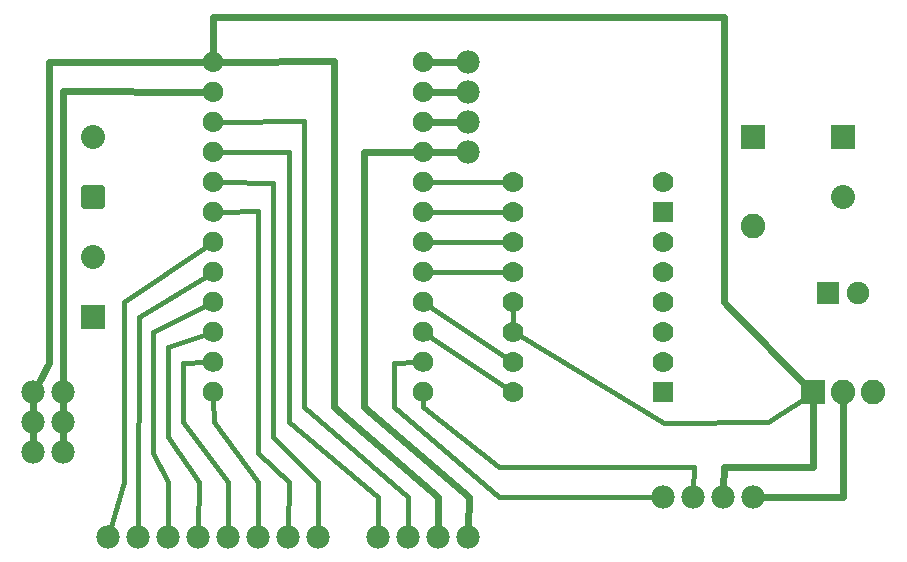
<source format=gtl>
G04 MADE WITH FRITZING*
G04 WWW.FRITZING.ORG*
G04 DOUBLE SIDED*
G04 HOLES PLATED*
G04 CONTOUR ON CENTER OF CONTOUR VECTOR*
%ASAXBY*%
%FSLAX23Y23*%
%MOIN*%
%OFA0B0*%
%SFA1.0B1.0*%
%ADD10C,0.068000*%
%ADD11C,0.082000*%
%ADD12C,0.078000*%
%ADD13C,0.080000*%
%ADD14C,0.070000*%
%ADD15C,0.075000*%
%ADD16R,0.082000X0.082000*%
%ADD17R,0.080000X0.080000*%
%ADD18R,0.070000X0.070000*%
%ADD19R,0.075000X0.075000*%
%ADD20C,0.024000*%
%ADD21C,0.016000*%
%ADD22C,0.020000*%
%ADD23R,0.001000X0.001000*%
%LNCOPPER1*%
G90*
G70*
G54D10*
X1425Y752D03*
X1425Y852D03*
X1425Y652D03*
X1425Y552D03*
X1425Y952D03*
X1425Y1052D03*
X1425Y1152D03*
X1425Y1252D03*
X1425Y1352D03*
X1425Y1452D03*
X1425Y1552D03*
X1425Y1652D03*
X725Y852D03*
X725Y752D03*
X725Y652D03*
X725Y552D03*
X725Y952D03*
X725Y1052D03*
X725Y1152D03*
X725Y1252D03*
X725Y1452D03*
X725Y1352D03*
X725Y1552D03*
X725Y1652D03*
G54D11*
X2725Y552D03*
X2825Y552D03*
X2925Y552D03*
G54D12*
X1575Y1352D03*
X1575Y1452D03*
X1575Y1552D03*
X1575Y1652D03*
X125Y552D03*
X125Y452D03*
X125Y352D03*
X125Y552D03*
X125Y452D03*
X125Y352D03*
X225Y352D03*
X225Y452D03*
X225Y552D03*
G54D11*
X2525Y1402D03*
X2525Y1104D03*
G54D13*
X325Y802D03*
X325Y1002D03*
X325Y1202D03*
X325Y1402D03*
G54D14*
X1725Y1252D03*
X2225Y1252D03*
X1725Y1152D03*
X2225Y1152D03*
X1725Y1052D03*
X2225Y1052D03*
X1725Y952D03*
X2225Y952D03*
X1725Y852D03*
X2225Y852D03*
X1725Y752D03*
X2225Y752D03*
X1725Y652D03*
X2225Y652D03*
X1725Y552D03*
X2225Y552D03*
G54D12*
X2525Y202D03*
X2425Y202D03*
X2325Y202D03*
X2225Y202D03*
G54D13*
X2825Y1402D03*
X2825Y1202D03*
G54D15*
X2775Y882D03*
X2875Y882D03*
G54D12*
X1075Y70D03*
X975Y70D03*
X875Y70D03*
X775Y70D03*
X675Y70D03*
X575Y70D03*
X475Y70D03*
X375Y70D03*
X1575Y69D03*
X1475Y69D03*
X1375Y69D03*
X1275Y69D03*
G54D16*
X2725Y552D03*
X2525Y1403D03*
G54D17*
X325Y802D03*
G54D18*
X2225Y552D03*
X2225Y1152D03*
G54D17*
X2825Y1402D03*
G54D19*
X2775Y882D03*
G54D20*
X2427Y1802D02*
X2427Y851D01*
D02*
X2427Y851D02*
X2723Y550D01*
D02*
X725Y1802D02*
X2427Y1802D01*
D02*
X2723Y550D02*
X2703Y528D01*
D02*
X725Y1681D02*
X725Y1802D01*
G54D21*
D02*
X1375Y94D02*
X1375Y201D01*
D02*
X1275Y201D02*
X976Y452D01*
D02*
X925Y401D02*
X925Y1250D01*
D02*
X976Y253D02*
X874Y350D01*
D02*
X874Y350D02*
X874Y1154D01*
D02*
X1027Y502D02*
X1027Y1454D01*
D02*
X976Y452D02*
X976Y1352D01*
D02*
X1073Y253D02*
X925Y401D01*
D02*
X874Y1154D02*
X748Y1152D01*
D02*
X925Y1250D02*
X748Y1252D01*
D02*
X976Y1352D02*
X748Y1352D01*
D02*
X1027Y1454D02*
X748Y1452D01*
D02*
X1704Y1252D02*
X1448Y1252D01*
D02*
X1275Y94D02*
X1275Y201D01*
D02*
X1075Y94D02*
X1073Y253D01*
D02*
X975Y94D02*
X976Y253D01*
D02*
X727Y452D02*
X725Y528D01*
D02*
X2575Y453D02*
X2226Y450D01*
D02*
X2703Y537D02*
X2575Y453D01*
D02*
X2226Y450D02*
X1743Y741D01*
D02*
X676Y253D02*
X574Y401D01*
D02*
X574Y401D02*
X574Y701D01*
D02*
X574Y701D02*
X703Y744D01*
D02*
X675Y94D02*
X676Y253D01*
D02*
X773Y253D02*
X625Y452D01*
D02*
X625Y452D02*
X625Y650D01*
D02*
X625Y650D02*
X701Y651D01*
D02*
X775Y94D02*
X773Y253D01*
D02*
X874Y253D02*
X727Y452D01*
D02*
X875Y94D02*
X874Y253D01*
D02*
X1725Y831D02*
X1725Y772D01*
D02*
X1708Y563D02*
X1445Y739D01*
D02*
X1708Y663D02*
X1445Y839D01*
D02*
X1704Y952D02*
X1448Y952D01*
D02*
X1704Y1052D02*
X1448Y1052D01*
D02*
X1704Y1152D02*
X1448Y1152D01*
D02*
X1327Y502D02*
X1327Y650D01*
D02*
X1327Y650D02*
X1401Y651D01*
D02*
X2200Y202D02*
X1676Y201D01*
D02*
X1424Y528D02*
X1423Y502D01*
D02*
X427Y253D02*
X382Y93D01*
D02*
X427Y853D02*
X427Y253D01*
D02*
X705Y1039D02*
X427Y853D01*
D02*
X477Y803D02*
X475Y94D01*
D02*
X705Y940D02*
X477Y803D01*
D02*
X523Y752D02*
X523Y350D01*
D02*
X574Y253D02*
X575Y94D01*
D02*
X523Y350D02*
X574Y253D01*
D02*
X704Y841D02*
X523Y752D01*
G54D20*
D02*
X1545Y1352D02*
X1454Y1352D01*
D02*
X1545Y1552D02*
X1454Y1552D01*
D02*
X1545Y1652D02*
X1454Y1652D01*
D02*
X1545Y1452D02*
X1454Y1452D01*
G54D21*
D02*
X2326Y301D02*
X2325Y226D01*
G54D20*
D02*
X225Y1554D02*
X696Y1552D01*
D02*
X225Y582D02*
X225Y1554D01*
D02*
X176Y1653D02*
X696Y1652D01*
D02*
X176Y649D02*
X176Y1653D01*
D02*
X139Y579D02*
X176Y649D01*
D02*
X125Y522D02*
X125Y482D01*
D02*
X125Y422D02*
X125Y382D01*
D02*
X225Y382D02*
X225Y422D01*
D02*
X225Y482D02*
X225Y522D01*
G54D21*
D02*
X1423Y502D02*
X1676Y301D01*
G54D20*
D02*
X1126Y1654D02*
X754Y1652D01*
D02*
X1227Y1353D02*
X1396Y1352D01*
G54D21*
D02*
X1375Y201D02*
X1027Y502D01*
G54D20*
D02*
X1475Y201D02*
X1126Y502D01*
D02*
X1126Y502D02*
X1126Y1654D01*
D02*
X1475Y99D02*
X1475Y201D01*
D02*
X1576Y201D02*
X1227Y502D01*
D02*
X1227Y502D02*
X1227Y1353D01*
D02*
X1575Y99D02*
X1576Y201D01*
D02*
X2824Y201D02*
X2825Y520D01*
D02*
X2555Y202D02*
X2824Y201D01*
D02*
X2723Y301D02*
X2725Y520D01*
D02*
X2427Y301D02*
X2723Y301D01*
D02*
X2425Y232D02*
X2427Y301D01*
G54D21*
D02*
X1676Y201D02*
X1327Y502D01*
D02*
X1676Y301D02*
X2326Y301D01*
G54D22*
X295Y1172D02*
X295Y1232D01*
X355Y1232D01*
X355Y1172D01*
X295Y1172D01*
D02*
G54D23*
X719Y1686D02*
X730Y1686D01*
X1419Y1686D02*
X1430Y1686D01*
X715Y1685D02*
X734Y1685D01*
X1415Y1685D02*
X1434Y1685D01*
X712Y1684D02*
X737Y1684D01*
X1412Y1684D02*
X1436Y1684D01*
X710Y1683D02*
X739Y1683D01*
X1410Y1683D02*
X1439Y1683D01*
X708Y1682D02*
X741Y1682D01*
X1408Y1682D02*
X1441Y1682D01*
X707Y1681D02*
X742Y1681D01*
X1406Y1681D02*
X1442Y1681D01*
X705Y1680D02*
X744Y1680D01*
X1405Y1680D02*
X1444Y1680D01*
X704Y1679D02*
X745Y1679D01*
X1404Y1679D02*
X1445Y1679D01*
X702Y1678D02*
X746Y1678D01*
X1402Y1678D02*
X1446Y1678D01*
X701Y1677D02*
X748Y1677D01*
X1401Y1677D02*
X1447Y1677D01*
X700Y1676D02*
X749Y1676D01*
X1400Y1676D02*
X1448Y1676D01*
X699Y1675D02*
X749Y1675D01*
X1399Y1675D02*
X1449Y1675D01*
X699Y1674D02*
X750Y1674D01*
X1399Y1674D02*
X1450Y1674D01*
X698Y1673D02*
X751Y1673D01*
X1398Y1673D02*
X1451Y1673D01*
X697Y1672D02*
X752Y1672D01*
X1397Y1672D02*
X1452Y1672D01*
X697Y1671D02*
X752Y1671D01*
X1396Y1671D02*
X1452Y1671D01*
X696Y1670D02*
X719Y1670D01*
X730Y1670D02*
X753Y1670D01*
X1396Y1670D02*
X1419Y1670D01*
X1430Y1670D02*
X1453Y1670D01*
X695Y1669D02*
X716Y1669D01*
X733Y1669D02*
X753Y1669D01*
X1395Y1669D02*
X1416Y1669D01*
X1433Y1669D02*
X1453Y1669D01*
X695Y1668D02*
X715Y1668D01*
X734Y1668D02*
X754Y1668D01*
X1395Y1668D02*
X1414Y1668D01*
X1434Y1668D02*
X1454Y1668D01*
X694Y1667D02*
X713Y1667D01*
X736Y1667D02*
X754Y1667D01*
X1394Y1667D02*
X1413Y1667D01*
X1436Y1667D02*
X1454Y1667D01*
X694Y1666D02*
X712Y1666D01*
X737Y1666D02*
X755Y1666D01*
X1394Y1666D02*
X1412Y1666D01*
X1437Y1666D02*
X1455Y1666D01*
X693Y1665D02*
X711Y1665D01*
X738Y1665D02*
X755Y1665D01*
X1393Y1665D02*
X1411Y1665D01*
X1438Y1665D02*
X1455Y1665D01*
X693Y1664D02*
X710Y1664D01*
X739Y1664D02*
X756Y1664D01*
X1393Y1664D02*
X1410Y1664D01*
X1439Y1664D02*
X1456Y1664D01*
X693Y1663D02*
X709Y1663D01*
X740Y1663D02*
X756Y1663D01*
X1393Y1663D02*
X1409Y1663D01*
X1439Y1663D02*
X1456Y1663D01*
X692Y1662D02*
X709Y1662D01*
X740Y1662D02*
X756Y1662D01*
X1392Y1662D02*
X1408Y1662D01*
X1440Y1662D02*
X1456Y1662D01*
X692Y1661D02*
X708Y1661D01*
X741Y1661D02*
X757Y1661D01*
X1392Y1661D02*
X1408Y1661D01*
X1441Y1661D02*
X1456Y1661D01*
X692Y1660D02*
X707Y1660D01*
X741Y1660D02*
X757Y1660D01*
X1392Y1660D02*
X1407Y1660D01*
X1441Y1660D02*
X1457Y1660D01*
X692Y1659D02*
X707Y1659D01*
X742Y1659D02*
X757Y1659D01*
X1391Y1659D02*
X1407Y1659D01*
X1442Y1659D02*
X1457Y1659D01*
X691Y1658D02*
X707Y1658D01*
X742Y1658D02*
X757Y1658D01*
X1391Y1658D02*
X1406Y1658D01*
X1442Y1658D02*
X1457Y1658D01*
X691Y1657D02*
X706Y1657D01*
X742Y1657D02*
X757Y1657D01*
X1391Y1657D02*
X1406Y1657D01*
X1442Y1657D02*
X1457Y1657D01*
X691Y1656D02*
X706Y1656D01*
X743Y1656D02*
X758Y1656D01*
X1391Y1656D02*
X1406Y1656D01*
X1442Y1656D02*
X1457Y1656D01*
X691Y1655D02*
X706Y1655D01*
X743Y1655D02*
X758Y1655D01*
X1391Y1655D02*
X1406Y1655D01*
X1442Y1655D02*
X1458Y1655D01*
X691Y1654D02*
X706Y1654D01*
X743Y1654D02*
X758Y1654D01*
X1391Y1654D02*
X1406Y1654D01*
X1443Y1654D02*
X1458Y1654D01*
X691Y1653D02*
X706Y1653D01*
X743Y1653D02*
X758Y1653D01*
X1391Y1653D02*
X1406Y1653D01*
X1443Y1653D02*
X1458Y1653D01*
X691Y1652D02*
X706Y1652D01*
X743Y1652D02*
X758Y1652D01*
X1391Y1652D02*
X1406Y1652D01*
X1443Y1652D02*
X1458Y1652D01*
X691Y1651D02*
X706Y1651D01*
X743Y1651D02*
X758Y1651D01*
X1391Y1651D02*
X1406Y1651D01*
X1443Y1651D02*
X1458Y1651D01*
X691Y1650D02*
X706Y1650D01*
X743Y1650D02*
X758Y1650D01*
X1391Y1650D02*
X1406Y1650D01*
X1442Y1650D02*
X1458Y1650D01*
X691Y1649D02*
X706Y1649D01*
X743Y1649D02*
X758Y1649D01*
X1391Y1649D02*
X1406Y1649D01*
X1442Y1649D02*
X1457Y1649D01*
X691Y1648D02*
X706Y1648D01*
X742Y1648D02*
X757Y1648D01*
X1391Y1648D02*
X1406Y1648D01*
X1442Y1648D02*
X1457Y1648D01*
X691Y1647D02*
X707Y1647D01*
X742Y1647D02*
X757Y1647D01*
X1391Y1647D02*
X1406Y1647D01*
X1442Y1647D02*
X1457Y1647D01*
X692Y1646D02*
X707Y1646D01*
X742Y1646D02*
X757Y1646D01*
X1391Y1646D02*
X1407Y1646D01*
X1442Y1646D02*
X1457Y1646D01*
X692Y1645D02*
X707Y1645D01*
X741Y1645D02*
X757Y1645D01*
X1392Y1645D02*
X1407Y1645D01*
X1441Y1645D02*
X1457Y1645D01*
X692Y1644D02*
X708Y1644D01*
X741Y1644D02*
X757Y1644D01*
X1392Y1644D02*
X1408Y1644D01*
X1441Y1644D02*
X1456Y1644D01*
X692Y1643D02*
X708Y1643D01*
X740Y1643D02*
X756Y1643D01*
X1392Y1643D02*
X1408Y1643D01*
X1440Y1643D02*
X1456Y1643D01*
X693Y1642D02*
X709Y1642D01*
X740Y1642D02*
X756Y1642D01*
X1392Y1642D02*
X1409Y1642D01*
X1440Y1642D02*
X1456Y1642D01*
X693Y1641D02*
X710Y1641D01*
X739Y1641D02*
X756Y1641D01*
X1393Y1641D02*
X1410Y1641D01*
X1439Y1641D02*
X1456Y1641D01*
X693Y1640D02*
X711Y1640D01*
X738Y1640D02*
X755Y1640D01*
X1393Y1640D02*
X1411Y1640D01*
X1438Y1640D02*
X1455Y1640D01*
X694Y1639D02*
X712Y1639D01*
X737Y1639D02*
X755Y1639D01*
X1394Y1639D02*
X1412Y1639D01*
X1437Y1639D02*
X1455Y1639D01*
X694Y1638D02*
X713Y1638D01*
X736Y1638D02*
X755Y1638D01*
X1394Y1638D02*
X1413Y1638D01*
X1436Y1638D02*
X1454Y1638D01*
X695Y1637D02*
X715Y1637D01*
X734Y1637D02*
X754Y1637D01*
X1395Y1637D02*
X1415Y1637D01*
X1434Y1637D02*
X1454Y1637D01*
X695Y1636D02*
X717Y1636D01*
X732Y1636D02*
X754Y1636D01*
X1395Y1636D02*
X1416Y1636D01*
X1432Y1636D02*
X1453Y1636D01*
X696Y1635D02*
X720Y1635D01*
X729Y1635D02*
X753Y1635D01*
X1396Y1635D02*
X1420Y1635D01*
X1429Y1635D02*
X1453Y1635D01*
X696Y1634D02*
X752Y1634D01*
X1396Y1634D02*
X1452Y1634D01*
X697Y1633D02*
X752Y1633D01*
X1397Y1633D02*
X1452Y1633D01*
X698Y1632D02*
X751Y1632D01*
X1398Y1632D02*
X1451Y1632D01*
X699Y1631D02*
X750Y1631D01*
X1398Y1631D02*
X1450Y1631D01*
X699Y1630D02*
X749Y1630D01*
X1399Y1630D02*
X1449Y1630D01*
X700Y1629D02*
X749Y1629D01*
X1400Y1629D02*
X1448Y1629D01*
X701Y1628D02*
X748Y1628D01*
X1401Y1628D02*
X1448Y1628D01*
X702Y1627D02*
X747Y1627D01*
X1402Y1627D02*
X1446Y1627D01*
X704Y1626D02*
X745Y1626D01*
X1404Y1626D02*
X1445Y1626D01*
X705Y1625D02*
X744Y1625D01*
X1405Y1625D02*
X1444Y1625D01*
X707Y1624D02*
X742Y1624D01*
X1407Y1624D02*
X1442Y1624D01*
X708Y1623D02*
X741Y1623D01*
X1408Y1623D02*
X1440Y1623D01*
X710Y1622D02*
X739Y1622D01*
X1410Y1622D02*
X1438Y1622D01*
X713Y1621D02*
X736Y1621D01*
X1413Y1621D02*
X1436Y1621D01*
X716Y1620D02*
X733Y1620D01*
X1416Y1620D02*
X1433Y1620D01*
X721Y1619D02*
X728Y1619D01*
X1420Y1619D02*
X1428Y1619D01*
X719Y1586D02*
X730Y1586D01*
X1418Y1586D02*
X1430Y1586D01*
X715Y1585D02*
X734Y1585D01*
X1415Y1585D02*
X1434Y1585D01*
X712Y1584D02*
X737Y1584D01*
X1412Y1584D02*
X1437Y1584D01*
X710Y1583D02*
X739Y1583D01*
X1410Y1583D02*
X1439Y1583D01*
X708Y1582D02*
X741Y1582D01*
X1408Y1582D02*
X1441Y1582D01*
X706Y1581D02*
X743Y1581D01*
X1406Y1581D02*
X1442Y1581D01*
X705Y1580D02*
X744Y1580D01*
X1405Y1580D02*
X1444Y1580D01*
X704Y1579D02*
X745Y1579D01*
X1404Y1579D02*
X1445Y1579D01*
X702Y1578D02*
X747Y1578D01*
X1402Y1578D02*
X1446Y1578D01*
X701Y1577D02*
X748Y1577D01*
X1401Y1577D02*
X1447Y1577D01*
X700Y1576D02*
X749Y1576D01*
X1400Y1576D02*
X1448Y1576D01*
X699Y1575D02*
X749Y1575D01*
X1399Y1575D02*
X1449Y1575D01*
X699Y1574D02*
X750Y1574D01*
X1398Y1574D02*
X1450Y1574D01*
X698Y1573D02*
X751Y1573D01*
X1398Y1573D02*
X1451Y1573D01*
X697Y1572D02*
X752Y1572D01*
X1397Y1572D02*
X1452Y1572D01*
X696Y1571D02*
X752Y1571D01*
X1396Y1571D02*
X1452Y1571D01*
X696Y1570D02*
X719Y1570D01*
X730Y1570D02*
X753Y1570D01*
X1396Y1570D02*
X1419Y1570D01*
X1430Y1570D02*
X1453Y1570D01*
X695Y1569D02*
X716Y1569D01*
X733Y1569D02*
X754Y1569D01*
X1395Y1569D02*
X1416Y1569D01*
X1433Y1569D02*
X1453Y1569D01*
X695Y1568D02*
X715Y1568D01*
X735Y1568D02*
X754Y1568D01*
X1395Y1568D02*
X1414Y1568D01*
X1434Y1568D02*
X1454Y1568D01*
X694Y1567D02*
X713Y1567D01*
X736Y1567D02*
X754Y1567D01*
X1394Y1567D02*
X1413Y1567D01*
X1436Y1567D02*
X1454Y1567D01*
X694Y1566D02*
X712Y1566D01*
X737Y1566D02*
X755Y1566D01*
X1394Y1566D02*
X1412Y1566D01*
X1437Y1566D02*
X1455Y1566D01*
X693Y1565D02*
X711Y1565D01*
X738Y1565D02*
X755Y1565D01*
X1393Y1565D02*
X1411Y1565D01*
X1438Y1565D02*
X1455Y1565D01*
X693Y1564D02*
X710Y1564D01*
X739Y1564D02*
X756Y1564D01*
X1393Y1564D02*
X1410Y1564D01*
X1439Y1564D02*
X1456Y1564D01*
X693Y1563D02*
X709Y1563D01*
X740Y1563D02*
X756Y1563D01*
X1392Y1563D02*
X1409Y1563D01*
X1440Y1563D02*
X1456Y1563D01*
X692Y1562D02*
X709Y1562D01*
X740Y1562D02*
X756Y1562D01*
X1392Y1562D02*
X1408Y1562D01*
X1440Y1562D02*
X1456Y1562D01*
X692Y1561D02*
X708Y1561D01*
X741Y1561D02*
X757Y1561D01*
X1392Y1561D02*
X1408Y1561D01*
X1441Y1561D02*
X1456Y1561D01*
X692Y1560D02*
X707Y1560D01*
X741Y1560D02*
X757Y1560D01*
X1392Y1560D02*
X1407Y1560D01*
X1441Y1560D02*
X1457Y1560D01*
X692Y1559D02*
X707Y1559D01*
X742Y1559D02*
X757Y1559D01*
X1391Y1559D02*
X1407Y1559D01*
X1442Y1559D02*
X1457Y1559D01*
X691Y1558D02*
X707Y1558D01*
X742Y1558D02*
X757Y1558D01*
X1391Y1558D02*
X1406Y1558D01*
X1442Y1558D02*
X1457Y1558D01*
X691Y1557D02*
X706Y1557D01*
X742Y1557D02*
X757Y1557D01*
X1391Y1557D02*
X1406Y1557D01*
X1442Y1557D02*
X1457Y1557D01*
X691Y1556D02*
X706Y1556D01*
X743Y1556D02*
X758Y1556D01*
X1391Y1556D02*
X1406Y1556D01*
X1442Y1556D02*
X1457Y1556D01*
X691Y1555D02*
X706Y1555D01*
X743Y1555D02*
X758Y1555D01*
X1391Y1555D02*
X1406Y1555D01*
X1442Y1555D02*
X1458Y1555D01*
X691Y1554D02*
X706Y1554D01*
X743Y1554D02*
X758Y1554D01*
X1391Y1554D02*
X1406Y1554D01*
X1443Y1554D02*
X1458Y1554D01*
X691Y1553D02*
X706Y1553D01*
X743Y1553D02*
X758Y1553D01*
X1391Y1553D02*
X1406Y1553D01*
X1443Y1553D02*
X1458Y1553D01*
X691Y1552D02*
X706Y1552D01*
X743Y1552D02*
X758Y1552D01*
X1391Y1552D02*
X1406Y1552D01*
X1443Y1552D02*
X1458Y1552D01*
X691Y1551D02*
X706Y1551D01*
X743Y1551D02*
X758Y1551D01*
X1391Y1551D02*
X1406Y1551D01*
X1443Y1551D02*
X1458Y1551D01*
X691Y1550D02*
X706Y1550D01*
X743Y1550D02*
X758Y1550D01*
X1391Y1550D02*
X1406Y1550D01*
X1442Y1550D02*
X1458Y1550D01*
X691Y1549D02*
X706Y1549D01*
X743Y1549D02*
X758Y1549D01*
X1391Y1549D02*
X1406Y1549D01*
X1442Y1549D02*
X1457Y1549D01*
X691Y1548D02*
X706Y1548D01*
X742Y1548D02*
X757Y1548D01*
X1391Y1548D02*
X1406Y1548D01*
X1442Y1548D02*
X1457Y1548D01*
X691Y1547D02*
X707Y1547D01*
X742Y1547D02*
X757Y1547D01*
X1391Y1547D02*
X1406Y1547D01*
X1442Y1547D02*
X1457Y1547D01*
X692Y1546D02*
X707Y1546D01*
X742Y1546D02*
X757Y1546D01*
X1391Y1546D02*
X1407Y1546D01*
X1442Y1546D02*
X1457Y1546D01*
X692Y1545D02*
X707Y1545D01*
X741Y1545D02*
X757Y1545D01*
X1392Y1545D02*
X1407Y1545D01*
X1441Y1545D02*
X1457Y1545D01*
X692Y1544D02*
X708Y1544D01*
X741Y1544D02*
X757Y1544D01*
X1392Y1544D02*
X1408Y1544D01*
X1441Y1544D02*
X1456Y1544D01*
X692Y1543D02*
X708Y1543D01*
X740Y1543D02*
X756Y1543D01*
X1392Y1543D02*
X1408Y1543D01*
X1440Y1543D02*
X1456Y1543D01*
X693Y1542D02*
X709Y1542D01*
X740Y1542D02*
X756Y1542D01*
X1392Y1542D02*
X1409Y1542D01*
X1440Y1542D02*
X1456Y1542D01*
X693Y1541D02*
X710Y1541D01*
X739Y1541D02*
X756Y1541D01*
X1393Y1541D02*
X1410Y1541D01*
X1439Y1541D02*
X1456Y1541D01*
X693Y1540D02*
X711Y1540D01*
X738Y1540D02*
X755Y1540D01*
X1393Y1540D02*
X1411Y1540D01*
X1438Y1540D02*
X1455Y1540D01*
X694Y1539D02*
X712Y1539D01*
X737Y1539D02*
X755Y1539D01*
X1394Y1539D02*
X1412Y1539D01*
X1437Y1539D02*
X1455Y1539D01*
X694Y1538D02*
X713Y1538D01*
X736Y1538D02*
X754Y1538D01*
X1394Y1538D02*
X1413Y1538D01*
X1436Y1538D02*
X1454Y1538D01*
X695Y1537D02*
X715Y1537D01*
X734Y1537D02*
X754Y1537D01*
X1395Y1537D02*
X1415Y1537D01*
X1434Y1537D02*
X1454Y1537D01*
X695Y1536D02*
X717Y1536D01*
X732Y1536D02*
X754Y1536D01*
X1395Y1536D02*
X1417Y1536D01*
X1432Y1536D02*
X1453Y1536D01*
X696Y1535D02*
X720Y1535D01*
X729Y1535D02*
X753Y1535D01*
X1396Y1535D02*
X1420Y1535D01*
X1428Y1535D02*
X1453Y1535D01*
X696Y1534D02*
X752Y1534D01*
X1396Y1534D02*
X1452Y1534D01*
X697Y1533D02*
X752Y1533D01*
X1397Y1533D02*
X1452Y1533D01*
X698Y1532D02*
X751Y1532D01*
X1398Y1532D02*
X1451Y1532D01*
X699Y1531D02*
X750Y1531D01*
X1398Y1531D02*
X1450Y1531D01*
X699Y1530D02*
X749Y1530D01*
X1399Y1530D02*
X1449Y1530D01*
X700Y1529D02*
X749Y1529D01*
X1400Y1529D02*
X1448Y1529D01*
X701Y1528D02*
X748Y1528D01*
X1401Y1528D02*
X1447Y1528D01*
X703Y1527D02*
X746Y1527D01*
X1402Y1527D02*
X1446Y1527D01*
X704Y1526D02*
X745Y1526D01*
X1404Y1526D02*
X1445Y1526D01*
X705Y1525D02*
X744Y1525D01*
X1405Y1525D02*
X1444Y1525D01*
X707Y1524D02*
X742Y1524D01*
X1407Y1524D02*
X1442Y1524D01*
X708Y1523D02*
X741Y1523D01*
X1408Y1523D02*
X1440Y1523D01*
X711Y1522D02*
X738Y1522D01*
X1410Y1522D02*
X1438Y1522D01*
X713Y1521D02*
X736Y1521D01*
X1413Y1521D02*
X1436Y1521D01*
X716Y1520D02*
X733Y1520D01*
X1416Y1520D02*
X1433Y1520D01*
X721Y1519D02*
X728Y1519D01*
X1421Y1519D02*
X1428Y1519D01*
X718Y1486D02*
X730Y1486D01*
X1418Y1486D02*
X1430Y1486D01*
X715Y1485D02*
X734Y1485D01*
X1415Y1485D02*
X1434Y1485D01*
X712Y1484D02*
X737Y1484D01*
X1412Y1484D02*
X1437Y1484D01*
X710Y1483D02*
X739Y1483D01*
X1410Y1483D02*
X1439Y1483D01*
X708Y1482D02*
X741Y1482D01*
X1408Y1482D02*
X1441Y1482D01*
X706Y1481D02*
X743Y1481D01*
X1406Y1481D02*
X1442Y1481D01*
X705Y1480D02*
X744Y1480D01*
X1405Y1480D02*
X1444Y1480D01*
X704Y1479D02*
X745Y1479D01*
X1403Y1479D02*
X1445Y1479D01*
X702Y1478D02*
X747Y1478D01*
X1402Y1478D02*
X1446Y1478D01*
X701Y1477D02*
X748Y1477D01*
X1401Y1477D02*
X1448Y1477D01*
X700Y1476D02*
X749Y1476D01*
X1400Y1476D02*
X1449Y1476D01*
X699Y1475D02*
X750Y1475D01*
X1399Y1475D02*
X1449Y1475D01*
X699Y1474D02*
X750Y1474D01*
X1398Y1474D02*
X1450Y1474D01*
X698Y1473D02*
X751Y1473D01*
X1398Y1473D02*
X1451Y1473D01*
X697Y1472D02*
X752Y1472D01*
X1397Y1472D02*
X1452Y1472D01*
X696Y1471D02*
X752Y1471D01*
X1396Y1471D02*
X1452Y1471D01*
X696Y1470D02*
X719Y1470D01*
X730Y1470D02*
X753Y1470D01*
X1396Y1470D02*
X1419Y1470D01*
X1430Y1470D02*
X1453Y1470D01*
X695Y1469D02*
X716Y1469D01*
X733Y1469D02*
X754Y1469D01*
X1395Y1469D02*
X1416Y1469D01*
X1433Y1469D02*
X1453Y1469D01*
X695Y1468D02*
X714Y1468D01*
X735Y1468D02*
X754Y1468D01*
X1395Y1468D02*
X1414Y1468D01*
X1434Y1468D02*
X1454Y1468D01*
X694Y1467D02*
X713Y1467D01*
X736Y1467D02*
X754Y1467D01*
X1394Y1467D02*
X1413Y1467D01*
X1436Y1467D02*
X1454Y1467D01*
X694Y1466D02*
X712Y1466D01*
X737Y1466D02*
X755Y1466D01*
X1394Y1466D02*
X1412Y1466D01*
X1437Y1466D02*
X1455Y1466D01*
X693Y1465D02*
X711Y1465D01*
X738Y1465D02*
X755Y1465D01*
X1393Y1465D02*
X1411Y1465D01*
X1438Y1465D02*
X1455Y1465D01*
X693Y1464D02*
X710Y1464D01*
X739Y1464D02*
X756Y1464D01*
X1393Y1464D02*
X1410Y1464D01*
X1439Y1464D02*
X1456Y1464D01*
X693Y1463D02*
X709Y1463D01*
X740Y1463D02*
X756Y1463D01*
X1392Y1463D02*
X1409Y1463D01*
X1440Y1463D02*
X1456Y1463D01*
X692Y1462D02*
X708Y1462D01*
X740Y1462D02*
X756Y1462D01*
X1392Y1462D02*
X1408Y1462D01*
X1440Y1462D02*
X1456Y1462D01*
X692Y1461D02*
X708Y1461D01*
X741Y1461D02*
X757Y1461D01*
X1392Y1461D02*
X1408Y1461D01*
X1441Y1461D02*
X1456Y1461D01*
X692Y1460D02*
X707Y1460D01*
X741Y1460D02*
X757Y1460D01*
X1392Y1460D02*
X1407Y1460D01*
X1441Y1460D02*
X1457Y1460D01*
X691Y1459D02*
X707Y1459D01*
X742Y1459D02*
X757Y1459D01*
X1391Y1459D02*
X1407Y1459D01*
X1442Y1459D02*
X1457Y1459D01*
X691Y1458D02*
X707Y1458D01*
X742Y1458D02*
X757Y1458D01*
X1391Y1458D02*
X1406Y1458D01*
X1442Y1458D02*
X1457Y1458D01*
X691Y1457D02*
X706Y1457D01*
X742Y1457D02*
X757Y1457D01*
X1391Y1457D02*
X1406Y1457D01*
X1442Y1457D02*
X1457Y1457D01*
X691Y1456D02*
X706Y1456D01*
X743Y1456D02*
X758Y1456D01*
X1391Y1456D02*
X1406Y1456D01*
X1442Y1456D02*
X1457Y1456D01*
X691Y1455D02*
X706Y1455D01*
X743Y1455D02*
X758Y1455D01*
X1391Y1455D02*
X1406Y1455D01*
X1442Y1455D02*
X1458Y1455D01*
X691Y1454D02*
X706Y1454D01*
X743Y1454D02*
X758Y1454D01*
X1391Y1454D02*
X1406Y1454D01*
X1443Y1454D02*
X1458Y1454D01*
X691Y1453D02*
X706Y1453D01*
X743Y1453D02*
X758Y1453D01*
X1391Y1453D02*
X1406Y1453D01*
X1443Y1453D02*
X1458Y1453D01*
X691Y1452D02*
X706Y1452D01*
X743Y1452D02*
X758Y1452D01*
X1391Y1452D02*
X1406Y1452D01*
X1443Y1452D02*
X1458Y1452D01*
X691Y1451D02*
X706Y1451D01*
X743Y1451D02*
X758Y1451D01*
X1391Y1451D02*
X1406Y1451D01*
X1443Y1451D02*
X1458Y1451D01*
X691Y1450D02*
X706Y1450D01*
X743Y1450D02*
X758Y1450D01*
X1391Y1450D02*
X1406Y1450D01*
X1442Y1450D02*
X1458Y1450D01*
X691Y1449D02*
X706Y1449D01*
X743Y1449D02*
X758Y1449D01*
X1391Y1449D02*
X1406Y1449D01*
X1442Y1449D02*
X1457Y1449D01*
X691Y1448D02*
X706Y1448D01*
X742Y1448D02*
X757Y1448D01*
X1391Y1448D02*
X1406Y1448D01*
X1442Y1448D02*
X1457Y1448D01*
X691Y1447D02*
X707Y1447D01*
X742Y1447D02*
X757Y1447D01*
X1391Y1447D02*
X1406Y1447D01*
X1442Y1447D02*
X1457Y1447D01*
X692Y1446D02*
X707Y1446D01*
X742Y1446D02*
X757Y1446D01*
X1391Y1446D02*
X1407Y1446D01*
X1442Y1446D02*
X1457Y1446D01*
X692Y1445D02*
X707Y1445D01*
X741Y1445D02*
X757Y1445D01*
X1392Y1445D02*
X1407Y1445D01*
X1441Y1445D02*
X1457Y1445D01*
X692Y1444D02*
X708Y1444D01*
X741Y1444D02*
X757Y1444D01*
X1392Y1444D02*
X1408Y1444D01*
X1441Y1444D02*
X1456Y1444D01*
X692Y1443D02*
X708Y1443D01*
X740Y1443D02*
X756Y1443D01*
X1392Y1443D02*
X1408Y1443D01*
X1440Y1443D02*
X1456Y1443D01*
X693Y1442D02*
X709Y1442D01*
X740Y1442D02*
X756Y1442D01*
X1393Y1442D02*
X1409Y1442D01*
X1440Y1442D02*
X1456Y1442D01*
X693Y1441D02*
X710Y1441D01*
X739Y1441D02*
X756Y1441D01*
X1393Y1441D02*
X1410Y1441D01*
X1439Y1441D02*
X1456Y1441D01*
X693Y1440D02*
X711Y1440D01*
X738Y1440D02*
X755Y1440D01*
X1393Y1440D02*
X1411Y1440D01*
X1438Y1440D02*
X1455Y1440D01*
X694Y1439D02*
X712Y1439D01*
X737Y1439D02*
X755Y1439D01*
X1394Y1439D02*
X1412Y1439D01*
X1437Y1439D02*
X1455Y1439D01*
X694Y1438D02*
X713Y1438D01*
X736Y1438D02*
X754Y1438D01*
X1394Y1438D02*
X1413Y1438D01*
X1436Y1438D02*
X1454Y1438D01*
X695Y1437D02*
X715Y1437D01*
X734Y1437D02*
X754Y1437D01*
X1395Y1437D02*
X1415Y1437D01*
X1434Y1437D02*
X1454Y1437D01*
X695Y1436D02*
X717Y1436D01*
X732Y1436D02*
X754Y1436D01*
X1395Y1436D02*
X1417Y1436D01*
X1432Y1436D02*
X1453Y1436D01*
X696Y1435D02*
X721Y1435D01*
X728Y1435D02*
X753Y1435D01*
X1396Y1435D02*
X1420Y1435D01*
X1428Y1435D02*
X1453Y1435D01*
X696Y1434D02*
X752Y1434D01*
X1396Y1434D02*
X1452Y1434D01*
X697Y1433D02*
X752Y1433D01*
X1397Y1433D02*
X1452Y1433D01*
X698Y1432D02*
X751Y1432D01*
X1398Y1432D02*
X1451Y1432D01*
X699Y1431D02*
X750Y1431D01*
X1398Y1431D02*
X1450Y1431D01*
X699Y1430D02*
X749Y1430D01*
X1399Y1430D02*
X1449Y1430D01*
X700Y1429D02*
X749Y1429D01*
X1400Y1429D02*
X1448Y1429D01*
X701Y1428D02*
X748Y1428D01*
X1401Y1428D02*
X1447Y1428D01*
X703Y1427D02*
X746Y1427D01*
X1402Y1427D02*
X1446Y1427D01*
X704Y1426D02*
X745Y1426D01*
X1404Y1426D02*
X1445Y1426D01*
X705Y1425D02*
X744Y1425D01*
X1405Y1425D02*
X1444Y1425D01*
X707Y1424D02*
X742Y1424D01*
X1407Y1424D02*
X1442Y1424D01*
X709Y1423D02*
X740Y1423D01*
X1408Y1423D02*
X1440Y1423D01*
X711Y1422D02*
X738Y1422D01*
X1410Y1422D02*
X1438Y1422D01*
X713Y1421D02*
X736Y1421D01*
X1413Y1421D02*
X1436Y1421D01*
X716Y1420D02*
X733Y1420D01*
X1416Y1420D02*
X1433Y1420D01*
X721Y1419D02*
X728Y1419D01*
X1421Y1419D02*
X1427Y1419D01*
X718Y1386D02*
X731Y1386D01*
X1418Y1386D02*
X1430Y1386D01*
X715Y1385D02*
X734Y1385D01*
X1415Y1385D02*
X1434Y1385D01*
X712Y1384D02*
X737Y1384D01*
X1412Y1384D02*
X1437Y1384D01*
X710Y1383D02*
X739Y1383D01*
X1410Y1383D02*
X1439Y1383D01*
X708Y1382D02*
X741Y1382D01*
X1408Y1382D02*
X1441Y1382D01*
X706Y1381D02*
X743Y1381D01*
X1406Y1381D02*
X1443Y1381D01*
X705Y1380D02*
X744Y1380D01*
X1405Y1380D02*
X1444Y1380D01*
X704Y1379D02*
X745Y1379D01*
X1403Y1379D02*
X1445Y1379D01*
X702Y1378D02*
X747Y1378D01*
X1402Y1378D02*
X1446Y1378D01*
X701Y1377D02*
X748Y1377D01*
X1401Y1377D02*
X1448Y1377D01*
X700Y1376D02*
X749Y1376D01*
X1400Y1376D02*
X1449Y1376D01*
X699Y1375D02*
X750Y1375D01*
X1399Y1375D02*
X1449Y1375D01*
X699Y1374D02*
X750Y1374D01*
X1398Y1374D02*
X1450Y1374D01*
X698Y1373D02*
X751Y1373D01*
X1398Y1373D02*
X1451Y1373D01*
X697Y1372D02*
X752Y1372D01*
X1397Y1372D02*
X1452Y1372D01*
X696Y1371D02*
X752Y1371D01*
X1396Y1371D02*
X1452Y1371D01*
X696Y1370D02*
X719Y1370D01*
X730Y1370D02*
X753Y1370D01*
X1396Y1370D02*
X1419Y1370D01*
X1430Y1370D02*
X1453Y1370D01*
X695Y1369D02*
X716Y1369D01*
X733Y1369D02*
X754Y1369D01*
X1395Y1369D02*
X1416Y1369D01*
X1433Y1369D02*
X1453Y1369D01*
X695Y1368D02*
X714Y1368D01*
X735Y1368D02*
X754Y1368D01*
X1395Y1368D02*
X1414Y1368D01*
X1435Y1368D02*
X1454Y1368D01*
X694Y1367D02*
X713Y1367D01*
X736Y1367D02*
X755Y1367D01*
X1394Y1367D02*
X1413Y1367D01*
X1436Y1367D02*
X1454Y1367D01*
X694Y1366D02*
X712Y1366D01*
X737Y1366D02*
X755Y1366D01*
X1394Y1366D02*
X1412Y1366D01*
X1437Y1366D02*
X1455Y1366D01*
X693Y1365D02*
X711Y1365D01*
X738Y1365D02*
X755Y1365D01*
X1393Y1365D02*
X1411Y1365D01*
X1438Y1365D02*
X1455Y1365D01*
X693Y1364D02*
X710Y1364D01*
X739Y1364D02*
X756Y1364D01*
X1393Y1364D02*
X1410Y1364D01*
X1439Y1364D02*
X1456Y1364D01*
X693Y1363D02*
X709Y1363D01*
X740Y1363D02*
X756Y1363D01*
X1392Y1363D02*
X1409Y1363D01*
X1440Y1363D02*
X1456Y1363D01*
X692Y1362D02*
X708Y1362D01*
X740Y1362D02*
X756Y1362D01*
X1392Y1362D02*
X1408Y1362D01*
X1440Y1362D02*
X1456Y1362D01*
X692Y1361D02*
X708Y1361D01*
X741Y1361D02*
X757Y1361D01*
X1392Y1361D02*
X1408Y1361D01*
X1441Y1361D02*
X1457Y1361D01*
X692Y1360D02*
X707Y1360D01*
X741Y1360D02*
X757Y1360D01*
X1392Y1360D02*
X1407Y1360D01*
X1441Y1360D02*
X1457Y1360D01*
X691Y1359D02*
X707Y1359D01*
X742Y1359D02*
X757Y1359D01*
X1391Y1359D02*
X1407Y1359D01*
X1442Y1359D02*
X1457Y1359D01*
X691Y1358D02*
X707Y1358D01*
X742Y1358D02*
X757Y1358D01*
X1391Y1358D02*
X1406Y1358D01*
X1442Y1358D02*
X1457Y1358D01*
X691Y1357D02*
X706Y1357D01*
X742Y1357D02*
X757Y1357D01*
X1391Y1357D02*
X1406Y1357D01*
X1442Y1357D02*
X1457Y1357D01*
X691Y1356D02*
X706Y1356D01*
X743Y1356D02*
X758Y1356D01*
X1391Y1356D02*
X1406Y1356D01*
X1442Y1356D02*
X1457Y1356D01*
X691Y1355D02*
X706Y1355D01*
X743Y1355D02*
X758Y1355D01*
X1391Y1355D02*
X1406Y1355D01*
X1442Y1355D02*
X1458Y1355D01*
X691Y1354D02*
X706Y1354D01*
X743Y1354D02*
X758Y1354D01*
X1391Y1354D02*
X1406Y1354D01*
X1443Y1354D02*
X1458Y1354D01*
X691Y1353D02*
X706Y1353D01*
X743Y1353D02*
X758Y1353D01*
X1391Y1353D02*
X1406Y1353D01*
X1443Y1353D02*
X1458Y1353D01*
X691Y1352D02*
X706Y1352D01*
X743Y1352D02*
X758Y1352D01*
X1391Y1352D02*
X1406Y1352D01*
X1443Y1352D02*
X1458Y1352D01*
X691Y1351D02*
X706Y1351D01*
X743Y1351D02*
X758Y1351D01*
X1391Y1351D02*
X1406Y1351D01*
X1443Y1351D02*
X1458Y1351D01*
X691Y1350D02*
X706Y1350D01*
X743Y1350D02*
X758Y1350D01*
X1391Y1350D02*
X1406Y1350D01*
X1442Y1350D02*
X1458Y1350D01*
X691Y1349D02*
X706Y1349D01*
X743Y1349D02*
X758Y1349D01*
X1391Y1349D02*
X1406Y1349D01*
X1442Y1349D02*
X1457Y1349D01*
X691Y1348D02*
X706Y1348D01*
X742Y1348D02*
X757Y1348D01*
X1391Y1348D02*
X1406Y1348D01*
X1442Y1348D02*
X1457Y1348D01*
X691Y1347D02*
X707Y1347D01*
X742Y1347D02*
X757Y1347D01*
X1391Y1347D02*
X1407Y1347D01*
X1442Y1347D02*
X1457Y1347D01*
X692Y1346D02*
X707Y1346D01*
X742Y1346D02*
X757Y1346D01*
X1391Y1346D02*
X1407Y1346D01*
X1442Y1346D02*
X1457Y1346D01*
X692Y1345D02*
X707Y1345D01*
X741Y1345D02*
X757Y1345D01*
X1392Y1345D02*
X1407Y1345D01*
X1441Y1345D02*
X1457Y1345D01*
X692Y1344D02*
X708Y1344D01*
X741Y1344D02*
X757Y1344D01*
X1392Y1344D02*
X1408Y1344D01*
X1441Y1344D02*
X1456Y1344D01*
X692Y1343D02*
X709Y1343D01*
X740Y1343D02*
X756Y1343D01*
X1392Y1343D02*
X1408Y1343D01*
X1440Y1343D02*
X1456Y1343D01*
X693Y1342D02*
X709Y1342D01*
X740Y1342D02*
X756Y1342D01*
X1393Y1342D02*
X1409Y1342D01*
X1439Y1342D02*
X1456Y1342D01*
X693Y1341D02*
X710Y1341D01*
X739Y1341D02*
X756Y1341D01*
X1393Y1341D02*
X1410Y1341D01*
X1439Y1341D02*
X1456Y1341D01*
X693Y1340D02*
X711Y1340D01*
X738Y1340D02*
X755Y1340D01*
X1393Y1340D02*
X1411Y1340D01*
X1438Y1340D02*
X1455Y1340D01*
X694Y1339D02*
X712Y1339D01*
X737Y1339D02*
X755Y1339D01*
X1394Y1339D02*
X1412Y1339D01*
X1437Y1339D02*
X1455Y1339D01*
X694Y1338D02*
X713Y1338D01*
X736Y1338D02*
X754Y1338D01*
X1394Y1338D02*
X1413Y1338D01*
X1435Y1338D02*
X1454Y1338D01*
X695Y1337D02*
X715Y1337D01*
X734Y1337D02*
X754Y1337D01*
X1395Y1337D02*
X1415Y1337D01*
X1434Y1337D02*
X1454Y1337D01*
X695Y1336D02*
X717Y1336D01*
X732Y1336D02*
X753Y1336D01*
X1395Y1336D02*
X1417Y1336D01*
X1432Y1336D02*
X1453Y1336D01*
X696Y1335D02*
X721Y1335D01*
X728Y1335D02*
X753Y1335D01*
X1396Y1335D02*
X1421Y1335D01*
X1428Y1335D02*
X1453Y1335D01*
X697Y1334D02*
X752Y1334D01*
X1396Y1334D02*
X1452Y1334D01*
X697Y1333D02*
X752Y1333D01*
X1397Y1333D02*
X1452Y1333D01*
X698Y1332D02*
X751Y1332D01*
X1398Y1332D02*
X1451Y1332D01*
X699Y1331D02*
X750Y1331D01*
X1399Y1331D02*
X1450Y1331D01*
X700Y1330D02*
X749Y1330D01*
X1399Y1330D02*
X1449Y1330D01*
X700Y1329D02*
X749Y1329D01*
X1400Y1329D02*
X1448Y1329D01*
X701Y1328D02*
X748Y1328D01*
X1401Y1328D02*
X1447Y1328D01*
X703Y1327D02*
X746Y1327D01*
X1402Y1327D02*
X1446Y1327D01*
X704Y1326D02*
X745Y1326D01*
X1404Y1326D02*
X1445Y1326D01*
X705Y1325D02*
X744Y1325D01*
X1405Y1325D02*
X1444Y1325D01*
X707Y1324D02*
X742Y1324D01*
X1407Y1324D02*
X1442Y1324D01*
X709Y1323D02*
X740Y1323D01*
X1408Y1323D02*
X1440Y1323D01*
X711Y1322D02*
X738Y1322D01*
X1411Y1322D02*
X1438Y1322D01*
X713Y1321D02*
X736Y1321D01*
X1413Y1321D02*
X1436Y1321D01*
X716Y1320D02*
X733Y1320D01*
X1416Y1320D02*
X1432Y1320D01*
X721Y1319D02*
X727Y1319D01*
X1421Y1319D02*
X1427Y1319D01*
X718Y1286D02*
X731Y1286D01*
X1418Y1286D02*
X1431Y1286D01*
X715Y1285D02*
X734Y1285D01*
X1414Y1285D02*
X1434Y1285D01*
X712Y1284D02*
X737Y1284D01*
X1412Y1284D02*
X1437Y1284D01*
X710Y1283D02*
X739Y1283D01*
X1410Y1283D02*
X1439Y1283D01*
X708Y1282D02*
X741Y1282D01*
X1408Y1282D02*
X1441Y1282D01*
X706Y1281D02*
X743Y1281D01*
X1406Y1281D02*
X1443Y1281D01*
X705Y1280D02*
X744Y1280D01*
X1405Y1280D02*
X1444Y1280D01*
X703Y1279D02*
X746Y1279D01*
X1403Y1279D02*
X1445Y1279D01*
X702Y1278D02*
X747Y1278D01*
X1402Y1278D02*
X1447Y1278D01*
X701Y1277D02*
X748Y1277D01*
X1401Y1277D02*
X1448Y1277D01*
X700Y1276D02*
X749Y1276D01*
X1400Y1276D02*
X1449Y1276D01*
X699Y1275D02*
X750Y1275D01*
X1399Y1275D02*
X1449Y1275D01*
X699Y1274D02*
X750Y1274D01*
X1398Y1274D02*
X1450Y1274D01*
X698Y1273D02*
X751Y1273D01*
X1398Y1273D02*
X1451Y1273D01*
X697Y1272D02*
X752Y1272D01*
X1397Y1272D02*
X1452Y1272D01*
X696Y1271D02*
X752Y1271D01*
X1396Y1271D02*
X1452Y1271D01*
X696Y1270D02*
X719Y1270D01*
X730Y1270D02*
X753Y1270D01*
X1396Y1270D02*
X1418Y1270D01*
X1430Y1270D02*
X1453Y1270D01*
X695Y1269D02*
X716Y1269D01*
X733Y1269D02*
X754Y1269D01*
X1395Y1269D02*
X1416Y1269D01*
X1433Y1269D02*
X1453Y1269D01*
X695Y1268D02*
X714Y1268D01*
X735Y1268D02*
X754Y1268D01*
X1395Y1268D02*
X1414Y1268D01*
X1435Y1268D02*
X1454Y1268D01*
X694Y1267D02*
X713Y1267D01*
X736Y1267D02*
X755Y1267D01*
X1394Y1267D02*
X1413Y1267D01*
X1436Y1267D02*
X1454Y1267D01*
X694Y1266D02*
X712Y1266D01*
X737Y1266D02*
X755Y1266D01*
X1394Y1266D02*
X1412Y1266D01*
X1437Y1266D02*
X1455Y1266D01*
X693Y1265D02*
X711Y1265D01*
X738Y1265D02*
X755Y1265D01*
X1393Y1265D02*
X1411Y1265D01*
X1438Y1265D02*
X1455Y1265D01*
X693Y1264D02*
X710Y1264D01*
X739Y1264D02*
X756Y1264D01*
X1393Y1264D02*
X1410Y1264D01*
X1439Y1264D02*
X1456Y1264D01*
X693Y1263D02*
X709Y1263D01*
X740Y1263D02*
X756Y1263D01*
X1392Y1263D02*
X1409Y1263D01*
X1440Y1263D02*
X1456Y1263D01*
X692Y1262D02*
X708Y1262D01*
X740Y1262D02*
X756Y1262D01*
X1392Y1262D02*
X1408Y1262D01*
X1440Y1262D02*
X1456Y1262D01*
X692Y1261D02*
X708Y1261D01*
X741Y1261D02*
X757Y1261D01*
X1392Y1261D02*
X1408Y1261D01*
X1441Y1261D02*
X1457Y1261D01*
X692Y1260D02*
X707Y1260D01*
X741Y1260D02*
X757Y1260D01*
X1392Y1260D02*
X1407Y1260D01*
X1441Y1260D02*
X1457Y1260D01*
X691Y1259D02*
X707Y1259D01*
X742Y1259D02*
X757Y1259D01*
X1391Y1259D02*
X1407Y1259D01*
X1442Y1259D02*
X1457Y1259D01*
X691Y1258D02*
X707Y1258D01*
X742Y1258D02*
X757Y1258D01*
X1391Y1258D02*
X1406Y1258D01*
X1442Y1258D02*
X1457Y1258D01*
X691Y1257D02*
X706Y1257D01*
X742Y1257D02*
X757Y1257D01*
X1391Y1257D02*
X1406Y1257D01*
X1442Y1257D02*
X1457Y1257D01*
X691Y1256D02*
X706Y1256D01*
X743Y1256D02*
X758Y1256D01*
X1391Y1256D02*
X1406Y1256D01*
X1442Y1256D02*
X1457Y1256D01*
X691Y1255D02*
X706Y1255D01*
X743Y1255D02*
X758Y1255D01*
X1391Y1255D02*
X1406Y1255D01*
X1442Y1255D02*
X1458Y1255D01*
X691Y1254D02*
X706Y1254D01*
X743Y1254D02*
X758Y1254D01*
X1391Y1254D02*
X1406Y1254D01*
X1443Y1254D02*
X1458Y1254D01*
X691Y1253D02*
X706Y1253D01*
X743Y1253D02*
X758Y1253D01*
X1391Y1253D02*
X1406Y1253D01*
X1443Y1253D02*
X1458Y1253D01*
X691Y1252D02*
X706Y1252D01*
X743Y1252D02*
X758Y1252D01*
X1391Y1252D02*
X1406Y1252D01*
X1443Y1252D02*
X1458Y1252D01*
X691Y1251D02*
X706Y1251D01*
X743Y1251D02*
X758Y1251D01*
X1391Y1251D02*
X1406Y1251D01*
X1443Y1251D02*
X1458Y1251D01*
X691Y1250D02*
X706Y1250D01*
X743Y1250D02*
X758Y1250D01*
X1391Y1250D02*
X1406Y1250D01*
X1442Y1250D02*
X1458Y1250D01*
X691Y1249D02*
X706Y1249D01*
X743Y1249D02*
X758Y1249D01*
X1391Y1249D02*
X1406Y1249D01*
X1442Y1249D02*
X1457Y1249D01*
X691Y1248D02*
X706Y1248D01*
X742Y1248D02*
X757Y1248D01*
X1391Y1248D02*
X1406Y1248D01*
X1442Y1248D02*
X1457Y1248D01*
X691Y1247D02*
X707Y1247D01*
X742Y1247D02*
X757Y1247D01*
X1391Y1247D02*
X1407Y1247D01*
X1442Y1247D02*
X1457Y1247D01*
X692Y1246D02*
X707Y1246D01*
X742Y1246D02*
X757Y1246D01*
X1391Y1246D02*
X1407Y1246D01*
X1442Y1246D02*
X1457Y1246D01*
X692Y1245D02*
X707Y1245D01*
X741Y1245D02*
X757Y1245D01*
X1392Y1245D02*
X1407Y1245D01*
X1441Y1245D02*
X1457Y1245D01*
X692Y1244D02*
X708Y1244D01*
X741Y1244D02*
X757Y1244D01*
X1392Y1244D02*
X1408Y1244D01*
X1441Y1244D02*
X1456Y1244D01*
X692Y1243D02*
X709Y1243D01*
X740Y1243D02*
X756Y1243D01*
X1392Y1243D02*
X1408Y1243D01*
X1440Y1243D02*
X1456Y1243D01*
X693Y1242D02*
X709Y1242D01*
X740Y1242D02*
X756Y1242D01*
X1393Y1242D02*
X1409Y1242D01*
X1439Y1242D02*
X1456Y1242D01*
X693Y1241D02*
X710Y1241D01*
X739Y1241D02*
X756Y1241D01*
X1393Y1241D02*
X1410Y1241D01*
X1439Y1241D02*
X1456Y1241D01*
X693Y1240D02*
X711Y1240D01*
X738Y1240D02*
X755Y1240D01*
X1393Y1240D02*
X1411Y1240D01*
X1438Y1240D02*
X1455Y1240D01*
X694Y1239D02*
X712Y1239D01*
X737Y1239D02*
X755Y1239D01*
X1394Y1239D02*
X1412Y1239D01*
X1437Y1239D02*
X1455Y1239D01*
X694Y1238D02*
X713Y1238D01*
X736Y1238D02*
X754Y1238D01*
X1394Y1238D02*
X1413Y1238D01*
X1435Y1238D02*
X1454Y1238D01*
X695Y1237D02*
X715Y1237D01*
X734Y1237D02*
X754Y1237D01*
X1395Y1237D02*
X1415Y1237D01*
X1434Y1237D02*
X1454Y1237D01*
X695Y1236D02*
X717Y1236D01*
X732Y1236D02*
X753Y1236D01*
X1395Y1236D02*
X1417Y1236D01*
X1432Y1236D02*
X1453Y1236D01*
X696Y1235D02*
X722Y1235D01*
X727Y1235D02*
X753Y1235D01*
X1396Y1235D02*
X1422Y1235D01*
X1427Y1235D02*
X1453Y1235D01*
X697Y1234D02*
X752Y1234D01*
X1396Y1234D02*
X1452Y1234D01*
X697Y1233D02*
X752Y1233D01*
X1397Y1233D02*
X1452Y1233D01*
X698Y1232D02*
X751Y1232D01*
X1398Y1232D02*
X1451Y1232D01*
X699Y1231D02*
X750Y1231D01*
X1399Y1231D02*
X1450Y1231D01*
X700Y1230D02*
X749Y1230D01*
X1399Y1230D02*
X1449Y1230D01*
X700Y1229D02*
X748Y1229D01*
X1400Y1229D02*
X1448Y1229D01*
X702Y1228D02*
X747Y1228D01*
X1401Y1228D02*
X1447Y1228D01*
X703Y1227D02*
X746Y1227D01*
X1403Y1227D02*
X1446Y1227D01*
X704Y1226D02*
X745Y1226D01*
X1404Y1226D02*
X1445Y1226D01*
X705Y1225D02*
X744Y1225D01*
X1405Y1225D02*
X1444Y1225D01*
X707Y1224D02*
X742Y1224D01*
X1407Y1224D02*
X1442Y1224D01*
X709Y1223D02*
X740Y1223D01*
X1409Y1223D02*
X1440Y1223D01*
X711Y1222D02*
X738Y1222D01*
X1411Y1222D02*
X1438Y1222D01*
X713Y1221D02*
X736Y1221D01*
X1413Y1221D02*
X1436Y1221D01*
X716Y1220D02*
X732Y1220D01*
X1416Y1220D02*
X1432Y1220D01*
X722Y1219D02*
X727Y1219D01*
X1422Y1219D02*
X1427Y1219D01*
X718Y1186D02*
X731Y1186D01*
X1418Y1186D02*
X1431Y1186D01*
X714Y1185D02*
X735Y1185D01*
X1414Y1185D02*
X1434Y1185D01*
X712Y1184D02*
X737Y1184D01*
X1412Y1184D02*
X1437Y1184D01*
X710Y1183D02*
X739Y1183D01*
X1410Y1183D02*
X1439Y1183D01*
X708Y1182D02*
X741Y1182D01*
X1408Y1182D02*
X1441Y1182D01*
X706Y1181D02*
X743Y1181D01*
X1406Y1181D02*
X1443Y1181D01*
X705Y1180D02*
X744Y1180D01*
X1405Y1180D02*
X1444Y1180D01*
X703Y1179D02*
X746Y1179D01*
X1403Y1179D02*
X1445Y1179D01*
X702Y1178D02*
X747Y1178D01*
X1402Y1178D02*
X1447Y1178D01*
X701Y1177D02*
X748Y1177D01*
X1401Y1177D02*
X1448Y1177D01*
X700Y1176D02*
X749Y1176D01*
X1400Y1176D02*
X1449Y1176D01*
X699Y1175D02*
X750Y1175D01*
X1399Y1175D02*
X1449Y1175D01*
X698Y1174D02*
X750Y1174D01*
X1398Y1174D02*
X1450Y1174D01*
X698Y1173D02*
X751Y1173D01*
X1398Y1173D02*
X1451Y1173D01*
X697Y1172D02*
X752Y1172D01*
X1397Y1172D02*
X1452Y1172D01*
X696Y1171D02*
X752Y1171D01*
X1396Y1171D02*
X1452Y1171D01*
X696Y1170D02*
X718Y1170D01*
X731Y1170D02*
X753Y1170D01*
X1396Y1170D02*
X1418Y1170D01*
X1430Y1170D02*
X1453Y1170D01*
X695Y1169D02*
X716Y1169D01*
X733Y1169D02*
X754Y1169D01*
X1395Y1169D02*
X1416Y1169D01*
X1433Y1169D02*
X1453Y1169D01*
X695Y1168D02*
X714Y1168D01*
X735Y1168D02*
X754Y1168D01*
X1395Y1168D02*
X1414Y1168D01*
X1435Y1168D02*
X1454Y1168D01*
X694Y1167D02*
X713Y1167D01*
X736Y1167D02*
X755Y1167D01*
X1394Y1167D02*
X1413Y1167D01*
X1436Y1167D02*
X1454Y1167D01*
X694Y1166D02*
X712Y1166D01*
X737Y1166D02*
X755Y1166D01*
X1394Y1166D02*
X1412Y1166D01*
X1437Y1166D02*
X1455Y1166D01*
X693Y1165D02*
X711Y1165D01*
X738Y1165D02*
X755Y1165D01*
X1393Y1165D02*
X1411Y1165D01*
X1438Y1165D02*
X1455Y1165D01*
X693Y1164D02*
X710Y1164D01*
X739Y1164D02*
X756Y1164D01*
X1393Y1164D02*
X1410Y1164D01*
X1439Y1164D02*
X1456Y1164D01*
X693Y1163D02*
X709Y1163D01*
X740Y1163D02*
X756Y1163D01*
X1392Y1163D02*
X1409Y1163D01*
X1440Y1163D02*
X1456Y1163D01*
X692Y1162D02*
X708Y1162D01*
X740Y1162D02*
X756Y1162D01*
X1392Y1162D02*
X1408Y1162D01*
X1440Y1162D02*
X1456Y1162D01*
X692Y1161D02*
X708Y1161D01*
X741Y1161D02*
X757Y1161D01*
X1392Y1161D02*
X1408Y1161D01*
X1441Y1161D02*
X1457Y1161D01*
X692Y1160D02*
X707Y1160D01*
X741Y1160D02*
X757Y1160D01*
X1392Y1160D02*
X1407Y1160D01*
X1441Y1160D02*
X1457Y1160D01*
X691Y1159D02*
X707Y1159D01*
X742Y1159D02*
X757Y1159D01*
X1391Y1159D02*
X1407Y1159D01*
X1442Y1159D02*
X1457Y1159D01*
X691Y1158D02*
X707Y1158D01*
X742Y1158D02*
X757Y1158D01*
X1391Y1158D02*
X1406Y1158D01*
X1442Y1158D02*
X1457Y1158D01*
X691Y1157D02*
X706Y1157D01*
X742Y1157D02*
X757Y1157D01*
X1391Y1157D02*
X1406Y1157D01*
X1442Y1157D02*
X1457Y1157D01*
X691Y1156D02*
X706Y1156D01*
X743Y1156D02*
X758Y1156D01*
X1391Y1156D02*
X1406Y1156D01*
X1442Y1156D02*
X1457Y1156D01*
X691Y1155D02*
X706Y1155D01*
X743Y1155D02*
X758Y1155D01*
X1391Y1155D02*
X1406Y1155D01*
X1442Y1155D02*
X1458Y1155D01*
X691Y1154D02*
X706Y1154D01*
X743Y1154D02*
X758Y1154D01*
X1391Y1154D02*
X1406Y1154D01*
X1443Y1154D02*
X1458Y1154D01*
X691Y1153D02*
X706Y1153D01*
X743Y1153D02*
X758Y1153D01*
X1391Y1153D02*
X1406Y1153D01*
X1443Y1153D02*
X1458Y1153D01*
X691Y1152D02*
X706Y1152D01*
X743Y1152D02*
X758Y1152D01*
X1391Y1152D02*
X1406Y1152D01*
X1443Y1152D02*
X1458Y1152D01*
X691Y1151D02*
X706Y1151D01*
X743Y1151D02*
X758Y1151D01*
X1391Y1151D02*
X1406Y1151D01*
X1443Y1151D02*
X1458Y1151D01*
X691Y1150D02*
X706Y1150D01*
X743Y1150D02*
X758Y1150D01*
X1391Y1150D02*
X1406Y1150D01*
X1442Y1150D02*
X1457Y1150D01*
X691Y1149D02*
X706Y1149D01*
X742Y1149D02*
X758Y1149D01*
X1391Y1149D02*
X1406Y1149D01*
X1442Y1149D02*
X1457Y1149D01*
X691Y1148D02*
X706Y1148D01*
X742Y1148D02*
X757Y1148D01*
X1391Y1148D02*
X1406Y1148D01*
X1442Y1148D02*
X1457Y1148D01*
X691Y1147D02*
X707Y1147D01*
X742Y1147D02*
X757Y1147D01*
X1391Y1147D02*
X1407Y1147D01*
X1442Y1147D02*
X1457Y1147D01*
X692Y1146D02*
X707Y1146D01*
X742Y1146D02*
X757Y1146D01*
X1391Y1146D02*
X1407Y1146D01*
X1442Y1146D02*
X1457Y1146D01*
X692Y1145D02*
X707Y1145D01*
X741Y1145D02*
X757Y1145D01*
X1392Y1145D02*
X1407Y1145D01*
X1441Y1145D02*
X1457Y1145D01*
X692Y1144D02*
X708Y1144D01*
X741Y1144D02*
X757Y1144D01*
X1392Y1144D02*
X1408Y1144D01*
X1441Y1144D02*
X1456Y1144D01*
X692Y1143D02*
X709Y1143D01*
X740Y1143D02*
X756Y1143D01*
X1392Y1143D02*
X1408Y1143D01*
X1440Y1143D02*
X1456Y1143D01*
X693Y1142D02*
X709Y1142D01*
X740Y1142D02*
X756Y1142D01*
X1393Y1142D02*
X1409Y1142D01*
X1439Y1142D02*
X1456Y1142D01*
X693Y1141D02*
X710Y1141D01*
X739Y1141D02*
X756Y1141D01*
X1393Y1141D02*
X1410Y1141D01*
X1439Y1141D02*
X1455Y1141D01*
X693Y1140D02*
X711Y1140D01*
X738Y1140D02*
X755Y1140D01*
X1393Y1140D02*
X1411Y1140D01*
X1438Y1140D02*
X1455Y1140D01*
X694Y1139D02*
X712Y1139D01*
X737Y1139D02*
X755Y1139D01*
X1394Y1139D02*
X1412Y1139D01*
X1437Y1139D02*
X1455Y1139D01*
X694Y1138D02*
X713Y1138D01*
X736Y1138D02*
X754Y1138D01*
X1394Y1138D02*
X1413Y1138D01*
X1435Y1138D02*
X1454Y1138D01*
X695Y1137D02*
X715Y1137D01*
X734Y1137D02*
X754Y1137D01*
X1395Y1137D02*
X1415Y1137D01*
X1434Y1137D02*
X1454Y1137D01*
X695Y1136D02*
X717Y1136D01*
X732Y1136D02*
X753Y1136D01*
X1395Y1136D02*
X1417Y1136D01*
X1432Y1136D02*
X1453Y1136D01*
X696Y1135D02*
X722Y1135D01*
X727Y1135D02*
X753Y1135D01*
X1396Y1135D02*
X1422Y1135D01*
X1426Y1135D02*
X1453Y1135D01*
X697Y1134D02*
X752Y1134D01*
X1396Y1134D02*
X1452Y1134D01*
X697Y1133D02*
X752Y1133D01*
X1397Y1133D02*
X1452Y1133D01*
X698Y1132D02*
X751Y1132D01*
X1398Y1132D02*
X1451Y1132D01*
X699Y1131D02*
X750Y1131D01*
X1399Y1131D02*
X1450Y1131D01*
X700Y1130D02*
X749Y1130D01*
X1399Y1130D02*
X1449Y1130D01*
X701Y1129D02*
X748Y1129D01*
X1400Y1129D02*
X1448Y1129D01*
X702Y1128D02*
X747Y1128D01*
X1401Y1128D02*
X1447Y1128D01*
X703Y1127D02*
X746Y1127D01*
X1403Y1127D02*
X1446Y1127D01*
X704Y1126D02*
X745Y1126D01*
X1404Y1126D02*
X1445Y1126D01*
X705Y1125D02*
X744Y1125D01*
X1405Y1125D02*
X1443Y1125D01*
X707Y1124D02*
X742Y1124D01*
X1407Y1124D02*
X1442Y1124D01*
X709Y1123D02*
X740Y1123D01*
X1409Y1123D02*
X1440Y1123D01*
X711Y1122D02*
X738Y1122D01*
X1411Y1122D02*
X1438Y1122D01*
X713Y1121D02*
X736Y1121D01*
X1413Y1121D02*
X1435Y1121D01*
X717Y1120D02*
X732Y1120D01*
X1416Y1120D02*
X1432Y1120D01*
X722Y1119D02*
X726Y1119D01*
X1422Y1119D02*
X1426Y1119D01*
X718Y1086D02*
X731Y1086D01*
X1418Y1086D02*
X1431Y1086D01*
X714Y1085D02*
X735Y1085D01*
X1414Y1085D02*
X1434Y1085D01*
X712Y1084D02*
X737Y1084D01*
X1412Y1084D02*
X1437Y1084D01*
X710Y1083D02*
X739Y1083D01*
X1410Y1083D02*
X1439Y1083D01*
X708Y1082D02*
X741Y1082D01*
X1408Y1082D02*
X1441Y1082D01*
X706Y1081D02*
X743Y1081D01*
X1406Y1081D02*
X1443Y1081D01*
X705Y1080D02*
X744Y1080D01*
X1405Y1080D02*
X1444Y1080D01*
X703Y1079D02*
X746Y1079D01*
X1403Y1079D02*
X1445Y1079D01*
X702Y1078D02*
X747Y1078D01*
X1402Y1078D02*
X1447Y1078D01*
X701Y1077D02*
X748Y1077D01*
X1401Y1077D02*
X1448Y1077D01*
X700Y1076D02*
X749Y1076D01*
X1400Y1076D02*
X1449Y1076D01*
X699Y1075D02*
X750Y1075D01*
X1399Y1075D02*
X1450Y1075D01*
X698Y1074D02*
X750Y1074D01*
X1398Y1074D02*
X1450Y1074D01*
X698Y1073D02*
X751Y1073D01*
X1398Y1073D02*
X1451Y1073D01*
X697Y1072D02*
X752Y1072D01*
X1397Y1072D02*
X1452Y1072D01*
X696Y1071D02*
X752Y1071D01*
X1396Y1071D02*
X1452Y1071D01*
X696Y1070D02*
X718Y1070D01*
X731Y1070D02*
X753Y1070D01*
X1396Y1070D02*
X1418Y1070D01*
X1431Y1070D02*
X1453Y1070D01*
X695Y1069D02*
X716Y1069D01*
X733Y1069D02*
X754Y1069D01*
X1395Y1069D02*
X1416Y1069D01*
X1433Y1069D02*
X1453Y1069D01*
X695Y1068D02*
X714Y1068D01*
X735Y1068D02*
X754Y1068D01*
X1395Y1068D02*
X1414Y1068D01*
X1435Y1068D02*
X1454Y1068D01*
X694Y1067D02*
X713Y1067D01*
X736Y1067D02*
X755Y1067D01*
X1394Y1067D02*
X1413Y1067D01*
X1436Y1067D02*
X1454Y1067D01*
X694Y1066D02*
X712Y1066D01*
X737Y1066D02*
X755Y1066D01*
X1394Y1066D02*
X1412Y1066D01*
X1437Y1066D02*
X1455Y1066D01*
X693Y1065D02*
X711Y1065D01*
X738Y1065D02*
X755Y1065D01*
X1393Y1065D02*
X1411Y1065D01*
X1438Y1065D02*
X1455Y1065D01*
X693Y1064D02*
X710Y1064D01*
X739Y1064D02*
X756Y1064D01*
X1393Y1064D02*
X1410Y1064D01*
X1439Y1064D02*
X1456Y1064D01*
X693Y1063D02*
X709Y1063D01*
X740Y1063D02*
X756Y1063D01*
X1392Y1063D02*
X1409Y1063D01*
X1440Y1063D02*
X1456Y1063D01*
X692Y1062D02*
X708Y1062D01*
X740Y1062D02*
X756Y1062D01*
X1392Y1062D02*
X1408Y1062D01*
X1440Y1062D02*
X1456Y1062D01*
X692Y1061D02*
X708Y1061D01*
X741Y1061D02*
X757Y1061D01*
X1392Y1061D02*
X1408Y1061D01*
X1441Y1061D02*
X1457Y1061D01*
X692Y1060D02*
X707Y1060D01*
X741Y1060D02*
X757Y1060D01*
X1392Y1060D02*
X1407Y1060D01*
X1441Y1060D02*
X1457Y1060D01*
X691Y1059D02*
X707Y1059D01*
X742Y1059D02*
X757Y1059D01*
X1391Y1059D02*
X1407Y1059D01*
X1442Y1059D02*
X1457Y1059D01*
X691Y1058D02*
X707Y1058D01*
X742Y1058D02*
X757Y1058D01*
X1391Y1058D02*
X1406Y1058D01*
X1442Y1058D02*
X1457Y1058D01*
X691Y1057D02*
X706Y1057D01*
X742Y1057D02*
X757Y1057D01*
X1391Y1057D02*
X1406Y1057D01*
X1442Y1057D02*
X1457Y1057D01*
X691Y1056D02*
X706Y1056D01*
X743Y1056D02*
X758Y1056D01*
X1391Y1056D02*
X1406Y1056D01*
X1442Y1056D02*
X1457Y1056D01*
X691Y1055D02*
X706Y1055D01*
X743Y1055D02*
X758Y1055D01*
X1391Y1055D02*
X1406Y1055D01*
X1442Y1055D02*
X1458Y1055D01*
X691Y1054D02*
X706Y1054D01*
X743Y1054D02*
X758Y1054D01*
X1391Y1054D02*
X1406Y1054D01*
X1443Y1054D02*
X1458Y1054D01*
X691Y1053D02*
X706Y1053D01*
X743Y1053D02*
X758Y1053D01*
X1391Y1053D02*
X1406Y1053D01*
X1443Y1053D02*
X1458Y1053D01*
X691Y1052D02*
X706Y1052D01*
X743Y1052D02*
X758Y1052D01*
X1391Y1052D02*
X1406Y1052D01*
X1443Y1052D02*
X1458Y1052D01*
X691Y1051D02*
X706Y1051D01*
X743Y1051D02*
X758Y1051D01*
X1391Y1051D02*
X1406Y1051D01*
X1443Y1051D02*
X1458Y1051D01*
X691Y1050D02*
X706Y1050D01*
X743Y1050D02*
X758Y1050D01*
X1391Y1050D02*
X1406Y1050D01*
X1442Y1050D02*
X1457Y1050D01*
X691Y1049D02*
X706Y1049D01*
X742Y1049D02*
X758Y1049D01*
X1391Y1049D02*
X1406Y1049D01*
X1442Y1049D02*
X1457Y1049D01*
X691Y1048D02*
X706Y1048D01*
X742Y1048D02*
X757Y1048D01*
X1391Y1048D02*
X1406Y1048D01*
X1442Y1048D02*
X1457Y1048D01*
X691Y1047D02*
X707Y1047D01*
X742Y1047D02*
X757Y1047D01*
X1391Y1047D02*
X1407Y1047D01*
X1442Y1047D02*
X1457Y1047D01*
X692Y1046D02*
X707Y1046D01*
X742Y1046D02*
X757Y1046D01*
X1391Y1046D02*
X1407Y1046D01*
X1442Y1046D02*
X1457Y1046D01*
X692Y1045D02*
X707Y1045D01*
X741Y1045D02*
X757Y1045D01*
X1392Y1045D02*
X1407Y1045D01*
X1441Y1045D02*
X1457Y1045D01*
X692Y1044D02*
X708Y1044D01*
X741Y1044D02*
X757Y1044D01*
X1392Y1044D02*
X1408Y1044D01*
X1441Y1044D02*
X1456Y1044D01*
X692Y1043D02*
X709Y1043D01*
X740Y1043D02*
X756Y1043D01*
X1392Y1043D02*
X1408Y1043D01*
X1440Y1043D02*
X1456Y1043D01*
X693Y1042D02*
X709Y1042D01*
X740Y1042D02*
X756Y1042D01*
X1393Y1042D02*
X1409Y1042D01*
X1439Y1042D02*
X1456Y1042D01*
X693Y1041D02*
X710Y1041D01*
X739Y1041D02*
X756Y1041D01*
X1393Y1041D02*
X1410Y1041D01*
X1439Y1041D02*
X1455Y1041D01*
X693Y1040D02*
X711Y1040D01*
X738Y1040D02*
X755Y1040D01*
X1393Y1040D02*
X1411Y1040D01*
X1438Y1040D02*
X1455Y1040D01*
X694Y1039D02*
X712Y1039D01*
X737Y1039D02*
X755Y1039D01*
X1394Y1039D02*
X1412Y1039D01*
X1437Y1039D02*
X1455Y1039D01*
X694Y1038D02*
X714Y1038D01*
X735Y1038D02*
X754Y1038D01*
X1394Y1038D02*
X1413Y1038D01*
X1435Y1038D02*
X1454Y1038D01*
X695Y1037D02*
X715Y1037D01*
X734Y1037D02*
X754Y1037D01*
X1395Y1037D02*
X1415Y1037D01*
X1434Y1037D02*
X1454Y1037D01*
X695Y1036D02*
X717Y1036D01*
X732Y1036D02*
X753Y1036D01*
X1395Y1036D02*
X1417Y1036D01*
X1432Y1036D02*
X1453Y1036D01*
X696Y1035D02*
X723Y1035D01*
X726Y1035D02*
X753Y1035D01*
X1396Y1035D02*
X1423Y1035D01*
X1426Y1035D02*
X1453Y1035D01*
X697Y1034D02*
X752Y1034D01*
X1396Y1034D02*
X1452Y1034D01*
X697Y1033D02*
X752Y1033D01*
X1397Y1033D02*
X1451Y1033D01*
X698Y1032D02*
X751Y1032D01*
X1398Y1032D02*
X1451Y1032D01*
X699Y1031D02*
X750Y1031D01*
X1399Y1031D02*
X1450Y1031D01*
X700Y1030D02*
X749Y1030D01*
X1399Y1030D02*
X1449Y1030D01*
X701Y1029D02*
X748Y1029D01*
X1400Y1029D02*
X1448Y1029D01*
X702Y1028D02*
X747Y1028D01*
X1401Y1028D02*
X1447Y1028D01*
X703Y1027D02*
X746Y1027D01*
X1403Y1027D02*
X1446Y1027D01*
X704Y1026D02*
X745Y1026D01*
X1404Y1026D02*
X1445Y1026D01*
X705Y1025D02*
X744Y1025D01*
X1405Y1025D02*
X1443Y1025D01*
X707Y1024D02*
X742Y1024D01*
X1407Y1024D02*
X1442Y1024D01*
X709Y1023D02*
X740Y1023D01*
X1409Y1023D02*
X1440Y1023D01*
X711Y1022D02*
X738Y1022D01*
X1411Y1022D02*
X1438Y1022D01*
X714Y1021D02*
X735Y1021D01*
X1413Y1021D02*
X1435Y1021D01*
X717Y1020D02*
X732Y1020D01*
X1417Y1020D02*
X1432Y1020D01*
X723Y1019D02*
X726Y1019D01*
X1423Y1019D02*
X1425Y1019D01*
X718Y986D02*
X731Y986D01*
X1417Y986D02*
X1431Y986D01*
X714Y985D02*
X735Y985D01*
X1414Y985D02*
X1435Y985D01*
X712Y984D02*
X737Y984D01*
X1412Y984D02*
X1437Y984D01*
X710Y983D02*
X739Y983D01*
X1409Y983D02*
X1439Y983D01*
X708Y982D02*
X741Y982D01*
X1408Y982D02*
X1441Y982D01*
X706Y981D02*
X743Y981D01*
X1406Y981D02*
X1443Y981D01*
X705Y980D02*
X744Y980D01*
X1405Y980D02*
X1444Y980D01*
X703Y979D02*
X746Y979D01*
X1403Y979D02*
X1446Y979D01*
X702Y978D02*
X747Y978D01*
X1402Y978D02*
X1447Y978D01*
X701Y977D02*
X748Y977D01*
X1401Y977D02*
X1448Y977D01*
X700Y976D02*
X749Y976D01*
X1400Y976D02*
X1449Y976D01*
X699Y975D02*
X750Y975D01*
X1399Y975D02*
X1450Y975D01*
X698Y974D02*
X750Y974D01*
X1398Y974D02*
X1450Y974D01*
X698Y973D02*
X751Y973D01*
X1398Y973D02*
X1451Y973D01*
X697Y972D02*
X752Y972D01*
X1397Y972D02*
X1452Y972D01*
X696Y971D02*
X753Y971D01*
X1396Y971D02*
X1452Y971D01*
X696Y970D02*
X718Y970D01*
X731Y970D02*
X753Y970D01*
X1396Y970D02*
X1418Y970D01*
X1431Y970D02*
X1453Y970D01*
X695Y969D02*
X716Y969D01*
X733Y969D02*
X754Y969D01*
X1395Y969D02*
X1416Y969D01*
X1433Y969D02*
X1454Y969D01*
X695Y968D02*
X714Y968D01*
X735Y968D02*
X754Y968D01*
X1395Y968D02*
X1414Y968D01*
X1435Y968D02*
X1454Y968D01*
X694Y967D02*
X713Y967D01*
X736Y967D02*
X755Y967D01*
X1394Y967D02*
X1413Y967D01*
X1436Y967D02*
X1454Y967D01*
X694Y966D02*
X712Y966D01*
X737Y966D02*
X755Y966D01*
X1394Y966D02*
X1412Y966D01*
X1437Y966D02*
X1455Y966D01*
X693Y965D02*
X711Y965D01*
X738Y965D02*
X755Y965D01*
X1393Y965D02*
X1411Y965D01*
X1438Y965D02*
X1455Y965D01*
X693Y964D02*
X710Y964D01*
X739Y964D02*
X756Y964D01*
X1393Y964D02*
X1410Y964D01*
X1439Y964D02*
X1456Y964D01*
X693Y963D02*
X709Y963D01*
X740Y963D02*
X756Y963D01*
X1392Y963D02*
X1409Y963D01*
X1440Y963D02*
X1456Y963D01*
X692Y962D02*
X708Y962D01*
X740Y962D02*
X756Y962D01*
X1392Y962D02*
X1408Y962D01*
X1440Y962D02*
X1456Y962D01*
X692Y961D02*
X708Y961D01*
X741Y961D02*
X757Y961D01*
X1392Y961D02*
X1408Y961D01*
X1441Y961D02*
X1457Y961D01*
X692Y960D02*
X707Y960D01*
X742Y960D02*
X757Y960D01*
X1392Y960D02*
X1407Y960D01*
X1441Y960D02*
X1457Y960D01*
X691Y959D02*
X707Y959D01*
X742Y959D02*
X757Y959D01*
X1391Y959D02*
X1407Y959D01*
X1442Y959D02*
X1457Y959D01*
X691Y958D02*
X707Y958D01*
X742Y958D02*
X757Y958D01*
X1391Y958D02*
X1406Y958D01*
X1442Y958D02*
X1457Y958D01*
X691Y957D02*
X706Y957D01*
X742Y957D02*
X757Y957D01*
X1391Y957D02*
X1406Y957D01*
X1442Y957D02*
X1457Y957D01*
X691Y956D02*
X706Y956D01*
X743Y956D02*
X758Y956D01*
X1391Y956D02*
X1406Y956D01*
X1442Y956D02*
X1457Y956D01*
X691Y955D02*
X706Y955D01*
X743Y955D02*
X758Y955D01*
X1391Y955D02*
X1406Y955D01*
X1442Y955D02*
X1458Y955D01*
X691Y954D02*
X706Y954D01*
X743Y954D02*
X758Y954D01*
X1391Y954D02*
X1406Y954D01*
X1443Y954D02*
X1458Y954D01*
X691Y953D02*
X706Y953D01*
X743Y953D02*
X758Y953D01*
X1391Y953D02*
X1406Y953D01*
X1443Y953D02*
X1458Y953D01*
X691Y952D02*
X706Y952D01*
X743Y952D02*
X758Y952D01*
X1391Y952D02*
X1406Y952D01*
X1443Y952D02*
X1458Y952D01*
X691Y951D02*
X706Y951D01*
X743Y951D02*
X758Y951D01*
X1391Y951D02*
X1406Y951D01*
X1443Y951D02*
X1458Y951D01*
X691Y950D02*
X706Y950D01*
X743Y950D02*
X758Y950D01*
X1391Y950D02*
X1406Y950D01*
X1442Y950D02*
X1457Y950D01*
X691Y949D02*
X706Y949D01*
X742Y949D02*
X758Y949D01*
X1391Y949D02*
X1406Y949D01*
X1442Y949D02*
X1457Y949D01*
X691Y948D02*
X706Y948D01*
X742Y948D02*
X757Y948D01*
X1391Y948D02*
X1406Y948D01*
X1442Y948D02*
X1457Y948D01*
X691Y947D02*
X707Y947D01*
X742Y947D02*
X757Y947D01*
X1391Y947D02*
X1407Y947D01*
X1442Y947D02*
X1457Y947D01*
X692Y946D02*
X707Y946D01*
X742Y946D02*
X757Y946D01*
X1391Y946D02*
X1407Y946D01*
X1442Y946D02*
X1457Y946D01*
X692Y945D02*
X707Y945D01*
X741Y945D02*
X757Y945D01*
X1392Y945D02*
X1407Y945D01*
X1441Y945D02*
X1457Y945D01*
X692Y944D02*
X708Y944D01*
X741Y944D02*
X757Y944D01*
X1392Y944D02*
X1408Y944D01*
X1441Y944D02*
X1456Y944D01*
X692Y943D02*
X709Y943D01*
X740Y943D02*
X756Y943D01*
X1392Y943D02*
X1408Y943D01*
X1440Y943D02*
X1456Y943D01*
X693Y942D02*
X709Y942D01*
X739Y942D02*
X756Y942D01*
X1393Y942D02*
X1409Y942D01*
X1439Y942D02*
X1456Y942D01*
X693Y941D02*
X710Y941D01*
X739Y941D02*
X756Y941D01*
X1393Y941D02*
X1410Y941D01*
X1438Y941D02*
X1455Y941D01*
X693Y940D02*
X711Y940D01*
X738Y940D02*
X755Y940D01*
X1393Y940D02*
X1411Y940D01*
X1438Y940D02*
X1455Y940D01*
X694Y939D02*
X712Y939D01*
X737Y939D02*
X755Y939D01*
X1394Y939D02*
X1412Y939D01*
X1436Y939D02*
X1455Y939D01*
X694Y938D02*
X714Y938D01*
X735Y938D02*
X754Y938D01*
X1394Y938D02*
X1413Y938D01*
X1435Y938D02*
X1454Y938D01*
X695Y937D02*
X715Y937D01*
X734Y937D02*
X754Y937D01*
X1395Y937D02*
X1415Y937D01*
X1434Y937D02*
X1454Y937D01*
X695Y936D02*
X717Y936D01*
X732Y936D02*
X753Y936D01*
X1395Y936D02*
X1417Y936D01*
X1431Y936D02*
X1453Y936D01*
X696Y935D02*
X723Y935D01*
X726Y935D02*
X753Y935D01*
X1396Y935D02*
X1423Y935D01*
X1425Y935D02*
X1453Y935D01*
X697Y934D02*
X752Y934D01*
X1396Y934D02*
X1452Y934D01*
X697Y933D02*
X752Y933D01*
X1397Y933D02*
X1451Y933D01*
X698Y932D02*
X751Y932D01*
X1398Y932D02*
X1451Y932D01*
X699Y931D02*
X750Y931D01*
X1399Y931D02*
X1450Y931D01*
X700Y930D02*
X749Y930D01*
X1400Y930D02*
X1449Y930D01*
X701Y929D02*
X748Y929D01*
X1400Y929D02*
X1448Y929D01*
X702Y928D02*
X747Y928D01*
X1402Y928D02*
X1447Y928D01*
X703Y927D02*
X746Y927D01*
X1403Y927D02*
X1446Y927D01*
X704Y926D02*
X745Y926D01*
X1404Y926D02*
X1445Y926D01*
X705Y925D02*
X744Y925D01*
X1405Y925D02*
X1443Y925D01*
X707Y924D02*
X742Y924D01*
X1407Y924D02*
X1442Y924D01*
X709Y923D02*
X740Y923D01*
X1409Y923D02*
X1440Y923D01*
X711Y922D02*
X738Y922D01*
X1411Y922D02*
X1438Y922D01*
X714Y921D02*
X735Y921D01*
X1413Y921D02*
X1435Y921D01*
X717Y920D02*
X732Y920D01*
X1417Y920D02*
X1432Y920D01*
X724Y919D02*
X725Y919D01*
X1424Y919D02*
X1425Y919D01*
X717Y886D02*
X731Y886D01*
X1417Y886D02*
X1431Y886D01*
X714Y885D02*
X735Y885D01*
X1414Y885D02*
X1435Y885D01*
X712Y884D02*
X737Y884D01*
X1411Y884D02*
X1437Y884D01*
X709Y883D02*
X740Y883D01*
X1409Y883D02*
X1439Y883D01*
X708Y882D02*
X741Y882D01*
X1408Y882D02*
X1441Y882D01*
X706Y881D02*
X743Y881D01*
X1406Y881D02*
X1443Y881D01*
X705Y880D02*
X744Y880D01*
X1404Y880D02*
X1444Y880D01*
X703Y879D02*
X746Y879D01*
X1403Y879D02*
X1446Y879D01*
X702Y878D02*
X747Y878D01*
X1402Y878D02*
X1447Y878D01*
X701Y877D02*
X748Y877D01*
X1401Y877D02*
X1448Y877D01*
X700Y876D02*
X749Y876D01*
X1400Y876D02*
X1449Y876D01*
X699Y875D02*
X750Y875D01*
X1399Y875D02*
X1450Y875D01*
X698Y874D02*
X751Y874D01*
X1398Y874D02*
X1450Y874D01*
X698Y873D02*
X751Y873D01*
X1398Y873D02*
X1451Y873D01*
X697Y872D02*
X752Y872D01*
X1397Y872D02*
X1452Y872D01*
X696Y871D02*
X753Y871D01*
X1396Y871D02*
X1452Y871D01*
X696Y870D02*
X718Y870D01*
X731Y870D02*
X753Y870D01*
X1396Y870D02*
X1418Y870D01*
X1431Y870D02*
X1453Y870D01*
X695Y869D02*
X716Y869D01*
X733Y869D02*
X754Y869D01*
X1395Y869D02*
X1416Y869D01*
X1433Y869D02*
X1454Y869D01*
X695Y868D02*
X714Y868D01*
X735Y868D02*
X754Y868D01*
X1394Y868D02*
X1414Y868D01*
X1435Y868D02*
X1454Y868D01*
X694Y867D02*
X713Y867D01*
X736Y867D02*
X755Y867D01*
X1394Y867D02*
X1413Y867D01*
X1436Y867D02*
X1454Y867D01*
X694Y866D02*
X712Y866D01*
X737Y866D02*
X755Y866D01*
X1394Y866D02*
X1412Y866D01*
X1437Y866D02*
X1455Y866D01*
X693Y865D02*
X711Y865D01*
X738Y865D02*
X755Y865D01*
X1393Y865D02*
X1411Y865D01*
X1438Y865D02*
X1455Y865D01*
X693Y864D02*
X710Y864D01*
X739Y864D02*
X756Y864D01*
X1393Y864D02*
X1410Y864D01*
X1439Y864D02*
X1456Y864D01*
X693Y863D02*
X709Y863D01*
X740Y863D02*
X756Y863D01*
X1392Y863D02*
X1409Y863D01*
X1440Y863D02*
X1456Y863D01*
X692Y862D02*
X708Y862D01*
X740Y862D02*
X756Y862D01*
X1392Y862D02*
X1408Y862D01*
X1440Y862D02*
X1456Y862D01*
X692Y861D02*
X708Y861D01*
X741Y861D02*
X757Y861D01*
X1392Y861D02*
X1408Y861D01*
X1441Y861D02*
X1457Y861D01*
X692Y860D02*
X707Y860D01*
X742Y860D02*
X757Y860D01*
X1392Y860D02*
X1407Y860D01*
X1441Y860D02*
X1457Y860D01*
X691Y859D02*
X707Y859D01*
X742Y859D02*
X757Y859D01*
X1391Y859D02*
X1407Y859D01*
X1442Y859D02*
X1457Y859D01*
X691Y858D02*
X707Y858D01*
X742Y858D02*
X757Y858D01*
X1391Y858D02*
X1406Y858D01*
X1442Y858D02*
X1457Y858D01*
X691Y857D02*
X706Y857D01*
X742Y857D02*
X757Y857D01*
X1391Y857D02*
X1406Y857D01*
X1442Y857D02*
X1457Y857D01*
X691Y856D02*
X706Y856D01*
X743Y856D02*
X758Y856D01*
X1391Y856D02*
X1406Y856D01*
X1442Y856D02*
X1457Y856D01*
X691Y855D02*
X706Y855D01*
X743Y855D02*
X758Y855D01*
X1391Y855D02*
X1406Y855D01*
X1442Y855D02*
X1458Y855D01*
X691Y854D02*
X706Y854D01*
X743Y854D02*
X758Y854D01*
X1391Y854D02*
X1406Y854D01*
X1443Y854D02*
X1458Y854D01*
X691Y853D02*
X706Y853D01*
X743Y853D02*
X758Y853D01*
X1391Y853D02*
X1406Y853D01*
X1443Y853D02*
X1458Y853D01*
X691Y852D02*
X706Y852D01*
X743Y852D02*
X758Y852D01*
X1391Y852D02*
X1406Y852D01*
X1443Y852D02*
X1458Y852D01*
X691Y851D02*
X706Y851D01*
X743Y851D02*
X758Y851D01*
X1391Y851D02*
X1406Y851D01*
X1443Y851D02*
X1458Y851D01*
X691Y850D02*
X706Y850D01*
X743Y850D02*
X758Y850D01*
X1391Y850D02*
X1406Y850D01*
X1442Y850D02*
X1457Y850D01*
X691Y849D02*
X706Y849D01*
X742Y849D02*
X758Y849D01*
X1391Y849D02*
X1406Y849D01*
X1442Y849D02*
X1457Y849D01*
X691Y848D02*
X706Y848D01*
X742Y848D02*
X757Y848D01*
X1391Y848D02*
X1406Y848D01*
X1442Y848D02*
X1457Y848D01*
X691Y847D02*
X707Y847D01*
X742Y847D02*
X757Y847D01*
X1391Y847D02*
X1407Y847D01*
X1442Y847D02*
X1457Y847D01*
X692Y846D02*
X707Y846D01*
X742Y846D02*
X757Y846D01*
X1391Y846D02*
X1407Y846D01*
X1442Y846D02*
X1457Y846D01*
X692Y845D02*
X707Y845D01*
X741Y845D02*
X757Y845D01*
X1392Y845D02*
X1407Y845D01*
X1441Y845D02*
X1457Y845D01*
X692Y844D02*
X708Y844D01*
X741Y844D02*
X757Y844D01*
X1392Y844D02*
X1408Y844D01*
X1441Y844D02*
X1456Y844D01*
X692Y843D02*
X709Y843D01*
X740Y843D02*
X756Y843D01*
X1392Y843D02*
X1409Y843D01*
X1440Y843D02*
X1456Y843D01*
X693Y842D02*
X709Y842D01*
X739Y842D02*
X756Y842D01*
X1393Y842D02*
X1409Y842D01*
X1439Y842D02*
X1456Y842D01*
X693Y841D02*
X710Y841D01*
X739Y841D02*
X756Y841D01*
X1393Y841D02*
X1410Y841D01*
X1438Y841D02*
X1455Y841D01*
X693Y840D02*
X711Y840D01*
X738Y840D02*
X755Y840D01*
X1393Y840D02*
X1411Y840D01*
X1438Y840D02*
X1455Y840D01*
X694Y839D02*
X712Y839D01*
X737Y839D02*
X755Y839D01*
X1394Y839D02*
X1412Y839D01*
X1436Y839D02*
X1455Y839D01*
X694Y838D02*
X714Y838D01*
X735Y838D02*
X754Y838D01*
X1394Y838D02*
X1414Y838D01*
X1435Y838D02*
X1454Y838D01*
X695Y837D02*
X715Y837D01*
X734Y837D02*
X754Y837D01*
X1395Y837D02*
X1415Y837D01*
X1434Y837D02*
X1454Y837D01*
X695Y836D02*
X718Y836D01*
X731Y836D02*
X753Y836D01*
X1395Y836D02*
X1417Y836D01*
X1431Y836D02*
X1453Y836D01*
X696Y835D02*
X753Y835D01*
X1396Y835D02*
X1453Y835D01*
X697Y834D02*
X752Y834D01*
X1396Y834D02*
X1452Y834D01*
X697Y833D02*
X752Y833D01*
X1397Y833D02*
X1451Y833D01*
X698Y832D02*
X751Y832D01*
X1398Y832D02*
X1451Y832D01*
X699Y831D02*
X750Y831D01*
X1399Y831D02*
X1450Y831D01*
X700Y830D02*
X749Y830D01*
X1400Y830D02*
X1449Y830D01*
X701Y829D02*
X748Y829D01*
X1400Y829D02*
X1448Y829D01*
X702Y828D02*
X747Y828D01*
X1402Y828D02*
X1447Y828D01*
X703Y827D02*
X746Y827D01*
X1403Y827D02*
X1446Y827D01*
X704Y826D02*
X745Y826D01*
X1404Y826D02*
X1445Y826D01*
X706Y825D02*
X743Y825D01*
X1405Y825D02*
X1443Y825D01*
X707Y824D02*
X742Y824D01*
X1407Y824D02*
X1442Y824D01*
X709Y823D02*
X740Y823D01*
X1409Y823D02*
X1440Y823D01*
X711Y822D02*
X738Y822D01*
X1411Y822D02*
X1438Y822D01*
X714Y821D02*
X735Y821D01*
X1414Y821D02*
X1435Y821D01*
X717Y820D02*
X732Y820D01*
X1417Y820D02*
X1432Y820D01*
X1424Y819D02*
X1424Y819D01*
X717Y786D02*
X732Y786D01*
X1417Y786D02*
X1431Y786D01*
X714Y785D02*
X735Y785D01*
X1414Y785D02*
X1435Y785D01*
X711Y784D02*
X738Y784D01*
X1411Y784D02*
X1437Y784D01*
X709Y783D02*
X740Y783D01*
X1409Y783D02*
X1439Y783D01*
X708Y782D02*
X741Y782D01*
X1407Y782D02*
X1441Y782D01*
X706Y781D02*
X743Y781D01*
X1406Y781D02*
X1443Y781D01*
X705Y780D02*
X744Y780D01*
X1404Y780D02*
X1444Y780D01*
X703Y779D02*
X746Y779D01*
X1403Y779D02*
X1446Y779D01*
X702Y778D02*
X747Y778D01*
X1402Y778D02*
X1447Y778D01*
X701Y777D02*
X748Y777D01*
X1401Y777D02*
X1448Y777D01*
X700Y776D02*
X749Y776D01*
X1400Y776D02*
X1449Y776D01*
X699Y775D02*
X750Y775D01*
X1399Y775D02*
X1450Y775D01*
X698Y774D02*
X751Y774D01*
X1398Y774D02*
X1450Y774D01*
X698Y773D02*
X751Y773D01*
X1397Y773D02*
X1451Y773D01*
X697Y772D02*
X752Y772D01*
X1397Y772D02*
X1452Y772D01*
X696Y771D02*
X753Y771D01*
X1396Y771D02*
X1452Y771D01*
X696Y770D02*
X718Y770D01*
X731Y770D02*
X753Y770D01*
X1396Y770D02*
X1418Y770D01*
X1431Y770D02*
X1453Y770D01*
X695Y769D02*
X716Y769D01*
X733Y769D02*
X754Y769D01*
X1395Y769D02*
X1416Y769D01*
X1433Y769D02*
X1454Y769D01*
X695Y768D02*
X714Y768D01*
X735Y768D02*
X754Y768D01*
X1394Y768D02*
X1414Y768D01*
X1435Y768D02*
X1454Y768D01*
X694Y767D02*
X713Y767D01*
X736Y767D02*
X755Y767D01*
X1394Y767D02*
X1413Y767D01*
X1436Y767D02*
X1454Y767D01*
X694Y766D02*
X712Y766D01*
X737Y766D02*
X755Y766D01*
X1394Y766D02*
X1412Y766D01*
X1437Y766D02*
X1455Y766D01*
X693Y765D02*
X711Y765D01*
X738Y765D02*
X755Y765D01*
X1393Y765D02*
X1411Y765D01*
X1438Y765D02*
X1455Y765D01*
X693Y764D02*
X710Y764D01*
X739Y764D02*
X756Y764D01*
X1393Y764D02*
X1410Y764D01*
X1439Y764D02*
X1456Y764D01*
X693Y763D02*
X709Y763D01*
X740Y763D02*
X756Y763D01*
X1392Y763D02*
X1409Y763D01*
X1440Y763D02*
X1456Y763D01*
X692Y762D02*
X708Y762D01*
X740Y762D02*
X756Y762D01*
X1392Y762D02*
X1408Y762D01*
X1440Y762D02*
X1456Y762D01*
X692Y761D02*
X708Y761D01*
X741Y761D02*
X757Y761D01*
X1392Y761D02*
X1408Y761D01*
X1441Y761D02*
X1457Y761D01*
X692Y760D02*
X707Y760D01*
X742Y760D02*
X757Y760D01*
X1392Y760D02*
X1407Y760D01*
X1441Y760D02*
X1457Y760D01*
X691Y759D02*
X707Y759D01*
X742Y759D02*
X757Y759D01*
X1391Y759D02*
X1407Y759D01*
X1442Y759D02*
X1457Y759D01*
X691Y758D02*
X707Y758D01*
X742Y758D02*
X757Y758D01*
X1391Y758D02*
X1406Y758D01*
X1442Y758D02*
X1457Y758D01*
X691Y757D02*
X706Y757D01*
X742Y757D02*
X757Y757D01*
X1391Y757D02*
X1406Y757D01*
X1442Y757D02*
X1457Y757D01*
X691Y756D02*
X706Y756D01*
X743Y756D02*
X758Y756D01*
X1391Y756D02*
X1406Y756D01*
X1442Y756D02*
X1457Y756D01*
X691Y755D02*
X706Y755D01*
X743Y755D02*
X758Y755D01*
X1391Y755D02*
X1406Y755D01*
X1442Y755D02*
X1458Y755D01*
X691Y754D02*
X706Y754D01*
X743Y754D02*
X758Y754D01*
X1391Y754D02*
X1406Y754D01*
X1443Y754D02*
X1458Y754D01*
X691Y753D02*
X706Y753D01*
X743Y753D02*
X758Y753D01*
X1391Y753D02*
X1406Y753D01*
X1443Y753D02*
X1458Y753D01*
X691Y752D02*
X706Y752D01*
X743Y752D02*
X758Y752D01*
X1391Y752D02*
X1406Y752D01*
X1443Y752D02*
X1458Y752D01*
X691Y751D02*
X706Y751D01*
X743Y751D02*
X758Y751D01*
X1391Y751D02*
X1406Y751D01*
X1443Y751D02*
X1458Y751D01*
X691Y750D02*
X706Y750D01*
X743Y750D02*
X758Y750D01*
X1391Y750D02*
X1406Y750D01*
X1442Y750D02*
X1457Y750D01*
X691Y749D02*
X706Y749D01*
X742Y749D02*
X758Y749D01*
X1391Y749D02*
X1406Y749D01*
X1442Y749D02*
X1457Y749D01*
X691Y748D02*
X706Y748D01*
X742Y748D02*
X757Y748D01*
X1391Y748D02*
X1406Y748D01*
X1442Y748D02*
X1457Y748D01*
X691Y747D02*
X707Y747D01*
X742Y747D02*
X757Y747D01*
X1391Y747D02*
X1407Y747D01*
X1442Y747D02*
X1457Y747D01*
X692Y746D02*
X707Y746D01*
X742Y746D02*
X757Y746D01*
X1391Y746D02*
X1407Y746D01*
X1442Y746D02*
X1457Y746D01*
X692Y745D02*
X708Y745D01*
X741Y745D02*
X757Y745D01*
X1392Y745D02*
X1407Y745D01*
X1441Y745D02*
X1457Y745D01*
X692Y744D02*
X708Y744D01*
X741Y744D02*
X757Y744D01*
X1392Y744D02*
X1408Y744D01*
X1441Y744D02*
X1456Y744D01*
X692Y743D02*
X709Y743D01*
X740Y743D02*
X756Y743D01*
X1392Y743D02*
X1409Y743D01*
X1440Y743D02*
X1456Y743D01*
X693Y742D02*
X709Y742D01*
X739Y742D02*
X756Y742D01*
X1393Y742D02*
X1409Y742D01*
X1439Y742D02*
X1456Y742D01*
X693Y741D02*
X710Y741D01*
X739Y741D02*
X756Y741D01*
X1393Y741D02*
X1410Y741D01*
X1438Y741D02*
X1455Y741D01*
X694Y740D02*
X711Y740D01*
X738Y740D02*
X755Y740D01*
X1393Y740D02*
X1411Y740D01*
X1438Y740D02*
X1455Y740D01*
X694Y739D02*
X712Y739D01*
X737Y739D02*
X755Y739D01*
X1394Y739D02*
X1412Y739D01*
X1436Y739D02*
X1455Y739D01*
X694Y738D02*
X714Y738D01*
X735Y738D02*
X754Y738D01*
X1394Y738D02*
X1414Y738D01*
X1435Y738D02*
X1454Y738D01*
X695Y737D02*
X715Y737D01*
X734Y737D02*
X754Y737D01*
X1395Y737D02*
X1415Y737D01*
X1433Y737D02*
X1454Y737D01*
X695Y736D02*
X718Y736D01*
X731Y736D02*
X753Y736D01*
X1395Y736D02*
X1418Y736D01*
X1431Y736D02*
X1453Y736D01*
X696Y735D02*
X753Y735D01*
X1396Y735D02*
X1453Y735D01*
X697Y734D02*
X752Y734D01*
X1397Y734D02*
X1452Y734D01*
X697Y733D02*
X752Y733D01*
X1397Y733D02*
X1451Y733D01*
X698Y732D02*
X751Y732D01*
X1398Y732D02*
X1451Y732D01*
X699Y731D02*
X750Y731D01*
X1399Y731D02*
X1450Y731D01*
X700Y730D02*
X749Y730D01*
X1400Y730D02*
X1449Y730D01*
X701Y729D02*
X748Y729D01*
X1401Y729D02*
X1448Y729D01*
X702Y728D02*
X747Y728D01*
X1402Y728D02*
X1447Y728D01*
X703Y727D02*
X746Y727D01*
X1403Y727D02*
X1446Y727D01*
X704Y726D02*
X745Y726D01*
X1404Y726D02*
X1445Y726D01*
X706Y725D02*
X743Y725D01*
X1405Y725D02*
X1443Y725D01*
X707Y724D02*
X742Y724D01*
X1407Y724D02*
X1442Y724D01*
X709Y723D02*
X740Y723D01*
X1409Y723D02*
X1440Y723D01*
X711Y722D02*
X738Y722D01*
X1411Y722D02*
X1438Y722D01*
X714Y721D02*
X735Y721D01*
X1414Y721D02*
X1435Y721D01*
X717Y720D02*
X732Y720D01*
X1417Y720D02*
X1431Y720D01*
X724Y687D02*
X725Y687D01*
X1424Y687D02*
X1425Y687D01*
X717Y686D02*
X732Y686D01*
X1417Y686D02*
X1432Y686D01*
X714Y685D02*
X735Y685D01*
X1414Y685D02*
X1435Y685D01*
X711Y684D02*
X738Y684D01*
X1411Y684D02*
X1437Y684D01*
X709Y683D02*
X740Y683D01*
X1409Y683D02*
X1440Y683D01*
X708Y682D02*
X741Y682D01*
X1407Y682D02*
X1441Y682D01*
X706Y681D02*
X743Y681D01*
X1406Y681D02*
X1443Y681D01*
X705Y680D02*
X744Y680D01*
X1404Y680D02*
X1444Y680D01*
X703Y679D02*
X746Y679D01*
X1403Y679D02*
X1446Y679D01*
X702Y678D02*
X747Y678D01*
X1402Y678D02*
X1447Y678D01*
X701Y677D02*
X748Y677D01*
X1401Y677D02*
X1448Y677D01*
X700Y676D02*
X749Y676D01*
X1400Y676D02*
X1449Y676D01*
X699Y675D02*
X750Y675D01*
X1399Y675D02*
X1450Y675D01*
X698Y674D02*
X751Y674D01*
X1398Y674D02*
X1450Y674D01*
X698Y673D02*
X751Y673D01*
X1397Y673D02*
X1451Y673D01*
X697Y672D02*
X752Y672D01*
X1397Y672D02*
X1452Y672D01*
X696Y671D02*
X723Y671D01*
X725Y671D02*
X753Y671D01*
X1396Y671D02*
X1423Y671D01*
X1425Y671D02*
X1452Y671D01*
X696Y670D02*
X718Y670D01*
X731Y670D02*
X753Y670D01*
X1396Y670D02*
X1418Y670D01*
X1431Y670D02*
X1453Y670D01*
X695Y669D02*
X716Y669D01*
X733Y669D02*
X754Y669D01*
X1395Y669D02*
X1415Y669D01*
X1433Y669D02*
X1454Y669D01*
X695Y668D02*
X714Y668D01*
X735Y668D02*
X754Y668D01*
X1394Y668D02*
X1414Y668D01*
X1435Y668D02*
X1454Y668D01*
X694Y667D02*
X713Y667D01*
X736Y667D02*
X755Y667D01*
X1394Y667D02*
X1413Y667D01*
X1436Y667D02*
X1454Y667D01*
X694Y666D02*
X712Y666D01*
X737Y666D02*
X755Y666D01*
X1394Y666D02*
X1411Y666D01*
X1437Y666D02*
X1455Y666D01*
X693Y665D02*
X711Y665D01*
X738Y665D02*
X755Y665D01*
X1393Y665D02*
X1411Y665D01*
X1438Y665D02*
X1455Y665D01*
X693Y664D02*
X710Y664D01*
X739Y664D02*
X756Y664D01*
X1393Y664D02*
X1410Y664D01*
X1439Y664D02*
X1456Y664D01*
X692Y663D02*
X709Y663D01*
X740Y663D02*
X756Y663D01*
X1392Y663D02*
X1409Y663D01*
X1440Y663D02*
X1456Y663D01*
X692Y662D02*
X708Y662D01*
X740Y662D02*
X756Y662D01*
X1392Y662D02*
X1408Y662D01*
X1440Y662D02*
X1456Y662D01*
X692Y661D02*
X708Y661D01*
X741Y661D02*
X757Y661D01*
X1392Y661D02*
X1408Y661D01*
X1441Y661D02*
X1457Y661D01*
X692Y660D02*
X707Y660D01*
X742Y660D02*
X757Y660D01*
X1392Y660D02*
X1407Y660D01*
X1441Y660D02*
X1457Y660D01*
X691Y659D02*
X707Y659D01*
X742Y659D02*
X757Y659D01*
X1391Y659D02*
X1407Y659D01*
X1442Y659D02*
X1457Y659D01*
X691Y658D02*
X707Y658D01*
X742Y658D02*
X757Y658D01*
X1391Y658D02*
X1406Y658D01*
X1442Y658D02*
X1457Y658D01*
X691Y657D02*
X706Y657D01*
X742Y657D02*
X757Y657D01*
X1391Y657D02*
X1406Y657D01*
X1442Y657D02*
X1457Y657D01*
X691Y656D02*
X706Y656D01*
X743Y656D02*
X758Y656D01*
X1391Y656D02*
X1406Y656D01*
X1442Y656D02*
X1457Y656D01*
X691Y655D02*
X706Y655D01*
X743Y655D02*
X758Y655D01*
X1391Y655D02*
X1406Y655D01*
X1442Y655D02*
X1458Y655D01*
X691Y654D02*
X706Y654D01*
X743Y654D02*
X758Y654D01*
X1391Y654D02*
X1406Y654D01*
X1443Y654D02*
X1458Y654D01*
X691Y653D02*
X706Y653D01*
X743Y653D02*
X758Y653D01*
X1391Y653D02*
X1406Y653D01*
X1443Y653D02*
X1458Y653D01*
X691Y652D02*
X706Y652D01*
X743Y652D02*
X758Y652D01*
X1391Y652D02*
X1406Y652D01*
X1443Y652D02*
X1458Y652D01*
X691Y651D02*
X706Y651D01*
X743Y651D02*
X758Y651D01*
X1391Y651D02*
X1406Y651D01*
X1442Y651D02*
X1458Y651D01*
X691Y650D02*
X706Y650D01*
X743Y650D02*
X758Y650D01*
X1391Y650D02*
X1406Y650D01*
X1442Y650D02*
X1457Y650D01*
X691Y649D02*
X706Y649D01*
X742Y649D02*
X758Y649D01*
X1391Y649D02*
X1406Y649D01*
X1442Y649D02*
X1457Y649D01*
X691Y648D02*
X706Y648D01*
X742Y648D02*
X757Y648D01*
X1391Y648D02*
X1406Y648D01*
X1442Y648D02*
X1457Y648D01*
X691Y647D02*
X707Y647D01*
X742Y647D02*
X757Y647D01*
X1391Y647D02*
X1407Y647D01*
X1442Y647D02*
X1457Y647D01*
X692Y646D02*
X707Y646D01*
X742Y646D02*
X757Y646D01*
X1391Y646D02*
X1407Y646D01*
X1442Y646D02*
X1457Y646D01*
X692Y645D02*
X708Y645D01*
X741Y645D02*
X757Y645D01*
X1392Y645D02*
X1407Y645D01*
X1441Y645D02*
X1457Y645D01*
X692Y644D02*
X708Y644D01*
X741Y644D02*
X757Y644D01*
X1392Y644D02*
X1408Y644D01*
X1441Y644D02*
X1456Y644D01*
X692Y643D02*
X709Y643D01*
X740Y643D02*
X756Y643D01*
X1392Y643D02*
X1409Y643D01*
X1440Y643D02*
X1456Y643D01*
X693Y642D02*
X710Y642D01*
X739Y642D02*
X756Y642D01*
X1393Y642D02*
X1409Y642D01*
X1439Y642D02*
X1456Y642D01*
X693Y641D02*
X710Y641D01*
X739Y641D02*
X756Y641D01*
X1393Y641D02*
X1410Y641D01*
X1438Y641D02*
X1455Y641D01*
X694Y640D02*
X711Y640D01*
X738Y640D02*
X755Y640D01*
X1393Y640D02*
X1411Y640D01*
X1437Y640D02*
X1455Y640D01*
X694Y639D02*
X713Y639D01*
X736Y639D02*
X755Y639D01*
X1394Y639D02*
X1412Y639D01*
X1436Y639D02*
X1455Y639D01*
X694Y638D02*
X714Y638D01*
X735Y638D02*
X754Y638D01*
X1394Y638D02*
X1414Y638D01*
X1435Y638D02*
X1454Y638D01*
X695Y637D02*
X715Y637D01*
X734Y637D02*
X754Y637D01*
X1395Y637D02*
X1415Y637D01*
X1433Y637D02*
X1454Y637D01*
X695Y636D02*
X718Y636D01*
X731Y636D02*
X753Y636D01*
X1395Y636D02*
X1418Y636D01*
X1431Y636D02*
X1453Y636D01*
X696Y635D02*
X753Y635D01*
X1396Y635D02*
X1453Y635D01*
X697Y634D02*
X752Y634D01*
X1397Y634D02*
X1452Y634D01*
X697Y633D02*
X751Y633D01*
X1397Y633D02*
X1451Y633D01*
X698Y632D02*
X751Y632D01*
X1398Y632D02*
X1451Y632D01*
X699Y631D02*
X750Y631D01*
X1399Y631D02*
X1450Y631D01*
X700Y630D02*
X749Y630D01*
X1400Y630D02*
X1449Y630D01*
X701Y629D02*
X748Y629D01*
X1401Y629D02*
X1448Y629D01*
X702Y628D02*
X747Y628D01*
X1402Y628D02*
X1447Y628D01*
X703Y627D02*
X746Y627D01*
X1403Y627D02*
X1446Y627D01*
X704Y626D02*
X745Y626D01*
X1404Y626D02*
X1445Y626D01*
X706Y625D02*
X743Y625D01*
X1406Y625D02*
X1443Y625D01*
X707Y624D02*
X742Y624D01*
X1407Y624D02*
X1442Y624D01*
X709Y623D02*
X740Y623D01*
X1409Y623D02*
X1440Y623D01*
X711Y622D02*
X738Y622D01*
X1411Y622D02*
X1438Y622D01*
X714Y621D02*
X735Y621D01*
X1414Y621D02*
X1435Y621D01*
X717Y620D02*
X731Y620D01*
X1417Y620D02*
X1431Y620D01*
X723Y587D02*
X725Y587D01*
X1423Y587D02*
X1425Y587D01*
X717Y586D02*
X732Y586D01*
X1417Y586D02*
X1432Y586D01*
X714Y585D02*
X735Y585D01*
X1414Y585D02*
X1435Y585D01*
X711Y584D02*
X738Y584D01*
X1411Y584D02*
X1438Y584D01*
X709Y583D02*
X740Y583D01*
X1409Y583D02*
X1440Y583D01*
X707Y582D02*
X742Y582D01*
X1407Y582D02*
X1441Y582D01*
X706Y581D02*
X743Y581D01*
X1406Y581D02*
X1443Y581D01*
X704Y580D02*
X745Y580D01*
X1404Y580D02*
X1444Y580D01*
X703Y579D02*
X746Y579D01*
X1403Y579D02*
X1446Y579D01*
X702Y578D02*
X747Y578D01*
X1402Y578D02*
X1447Y578D01*
X701Y577D02*
X748Y577D01*
X1401Y577D02*
X1448Y577D01*
X700Y576D02*
X749Y576D01*
X1400Y576D02*
X1449Y576D01*
X699Y575D02*
X750Y575D01*
X1399Y575D02*
X1450Y575D01*
X698Y574D02*
X751Y574D01*
X1398Y574D02*
X1450Y574D01*
X698Y573D02*
X751Y573D01*
X1397Y573D02*
X1451Y573D01*
X697Y572D02*
X752Y572D01*
X1397Y572D02*
X1452Y572D01*
X696Y571D02*
X723Y571D01*
X726Y571D02*
X753Y571D01*
X1396Y571D02*
X1423Y571D01*
X1426Y571D02*
X1452Y571D01*
X696Y570D02*
X718Y570D01*
X731Y570D02*
X753Y570D01*
X1395Y570D02*
X1417Y570D01*
X1431Y570D02*
X1453Y570D01*
X695Y569D02*
X716Y569D01*
X733Y569D02*
X754Y569D01*
X1395Y569D02*
X1415Y569D01*
X1433Y569D02*
X1454Y569D01*
X695Y568D02*
X714Y568D01*
X735Y568D02*
X754Y568D01*
X1394Y568D02*
X1414Y568D01*
X1435Y568D02*
X1454Y568D01*
X694Y567D02*
X713Y567D01*
X736Y567D02*
X755Y567D01*
X1394Y567D02*
X1413Y567D01*
X1436Y567D02*
X1455Y567D01*
X694Y566D02*
X712Y566D01*
X737Y566D02*
X755Y566D01*
X1393Y566D02*
X1411Y566D01*
X1437Y566D02*
X1455Y566D01*
X693Y565D02*
X711Y565D01*
X738Y565D02*
X755Y565D01*
X1393Y565D02*
X1410Y565D01*
X1438Y565D02*
X1455Y565D01*
X693Y564D02*
X710Y564D01*
X739Y564D02*
X756Y564D01*
X1393Y564D02*
X1410Y564D01*
X1439Y564D02*
X1456Y564D01*
X692Y563D02*
X709Y563D01*
X740Y563D02*
X756Y563D01*
X1392Y563D02*
X1409Y563D01*
X1440Y563D02*
X1456Y563D01*
X692Y562D02*
X708Y562D01*
X741Y562D02*
X756Y562D01*
X1392Y562D02*
X1408Y562D01*
X1440Y562D02*
X1456Y562D01*
X692Y561D02*
X708Y561D01*
X741Y561D02*
X757Y561D01*
X1392Y561D02*
X1408Y561D01*
X1441Y561D02*
X1457Y561D01*
X692Y560D02*
X707Y560D01*
X742Y560D02*
X757Y560D01*
X1392Y560D02*
X1407Y560D01*
X1441Y560D02*
X1457Y560D01*
X691Y559D02*
X707Y559D01*
X742Y559D02*
X757Y559D01*
X1391Y559D02*
X1407Y559D01*
X1442Y559D02*
X1457Y559D01*
X691Y558D02*
X706Y558D01*
X742Y558D02*
X757Y558D01*
X1391Y558D02*
X1406Y558D01*
X1442Y558D02*
X1457Y558D01*
X691Y557D02*
X706Y557D01*
X742Y557D02*
X758Y557D01*
X1391Y557D02*
X1406Y557D01*
X1442Y557D02*
X1457Y557D01*
X691Y556D02*
X706Y556D01*
X743Y556D02*
X758Y556D01*
X1391Y556D02*
X1406Y556D01*
X1442Y556D02*
X1457Y556D01*
X691Y555D02*
X706Y555D01*
X743Y555D02*
X758Y555D01*
X1391Y555D02*
X1406Y555D01*
X1443Y555D02*
X1458Y555D01*
X691Y554D02*
X706Y554D01*
X743Y554D02*
X758Y554D01*
X1391Y554D02*
X1406Y554D01*
X1443Y554D02*
X1458Y554D01*
X691Y553D02*
X706Y553D01*
X743Y553D02*
X758Y553D01*
X1391Y553D02*
X1406Y553D01*
X1443Y553D02*
X1458Y553D01*
X691Y552D02*
X706Y552D01*
X743Y552D02*
X758Y552D01*
X1391Y552D02*
X1406Y552D01*
X1443Y552D02*
X1458Y552D01*
X691Y551D02*
X706Y551D01*
X743Y551D02*
X758Y551D01*
X1391Y551D02*
X1406Y551D01*
X1442Y551D02*
X1458Y551D01*
X691Y550D02*
X706Y550D01*
X743Y550D02*
X758Y550D01*
X1391Y550D02*
X1406Y550D01*
X1442Y550D02*
X1457Y550D01*
X691Y549D02*
X706Y549D01*
X742Y549D02*
X758Y549D01*
X1391Y549D02*
X1406Y549D01*
X1442Y549D02*
X1457Y549D01*
X691Y548D02*
X706Y548D01*
X742Y548D02*
X757Y548D01*
X1391Y548D02*
X1406Y548D01*
X1442Y548D02*
X1457Y548D01*
X691Y547D02*
X707Y547D01*
X742Y547D02*
X757Y547D01*
X1391Y547D02*
X1407Y547D01*
X1442Y547D02*
X1457Y547D01*
X692Y546D02*
X707Y546D01*
X742Y546D02*
X757Y546D01*
X1391Y546D02*
X1407Y546D01*
X1442Y546D02*
X1457Y546D01*
X692Y545D02*
X708Y545D01*
X741Y545D02*
X757Y545D01*
X1392Y545D02*
X1407Y545D01*
X1441Y545D02*
X1457Y545D01*
X692Y544D02*
X708Y544D01*
X741Y544D02*
X756Y544D01*
X1392Y544D02*
X1408Y544D01*
X1441Y544D02*
X1456Y544D01*
X692Y543D02*
X709Y543D01*
X740Y543D02*
X756Y543D01*
X1392Y543D02*
X1409Y543D01*
X1440Y543D02*
X1456Y543D01*
X693Y542D02*
X710Y542D01*
X739Y542D02*
X756Y542D01*
X1393Y542D02*
X1409Y542D01*
X1439Y542D02*
X1456Y542D01*
X693Y541D02*
X710Y541D01*
X738Y541D02*
X756Y541D01*
X1393Y541D02*
X1410Y541D01*
X1438Y541D02*
X1455Y541D01*
X694Y540D02*
X711Y540D01*
X738Y540D02*
X755Y540D01*
X1393Y540D02*
X1411Y540D01*
X1437Y540D02*
X1455Y540D01*
X694Y539D02*
X713Y539D01*
X736Y539D02*
X755Y539D01*
X1394Y539D02*
X1412Y539D01*
X1436Y539D02*
X1455Y539D01*
X694Y538D02*
X714Y538D01*
X735Y538D02*
X754Y538D01*
X1394Y538D02*
X1414Y538D01*
X1435Y538D02*
X1454Y538D01*
X695Y537D02*
X716Y537D01*
X733Y537D02*
X754Y537D01*
X1395Y537D02*
X1415Y537D01*
X1433Y537D02*
X1454Y537D01*
X695Y536D02*
X718Y536D01*
X731Y536D02*
X753Y536D01*
X1395Y536D02*
X1418Y536D01*
X1431Y536D02*
X1453Y536D01*
X696Y535D02*
X753Y535D01*
X1396Y535D02*
X1453Y535D01*
X697Y534D02*
X752Y534D01*
X1397Y534D02*
X1452Y534D01*
X697Y533D02*
X751Y533D01*
X1397Y533D02*
X1451Y533D01*
X698Y532D02*
X751Y532D01*
X1398Y532D02*
X1451Y532D01*
X699Y531D02*
X750Y531D01*
X1399Y531D02*
X1450Y531D01*
X700Y530D02*
X749Y530D01*
X1400Y530D02*
X1449Y530D01*
X701Y529D02*
X748Y529D01*
X1401Y529D02*
X1448Y529D01*
X702Y528D02*
X747Y528D01*
X1402Y528D02*
X1447Y528D01*
X703Y527D02*
X746Y527D01*
X1403Y527D02*
X1446Y527D01*
X704Y526D02*
X745Y526D01*
X1404Y526D02*
X1445Y526D01*
X706Y525D02*
X743Y525D01*
X1406Y525D02*
X1443Y525D01*
X707Y524D02*
X742Y524D01*
X1407Y524D02*
X1441Y524D01*
X709Y523D02*
X740Y523D01*
X1409Y523D02*
X1440Y523D01*
X711Y522D02*
X738Y522D01*
X1411Y522D02*
X1437Y522D01*
X714Y521D02*
X735Y521D01*
X1414Y521D02*
X1435Y521D01*
X718Y520D02*
X731Y520D01*
X1417Y520D02*
X1431Y520D01*
D02*
G04 End of Copper1*
M02*
</source>
